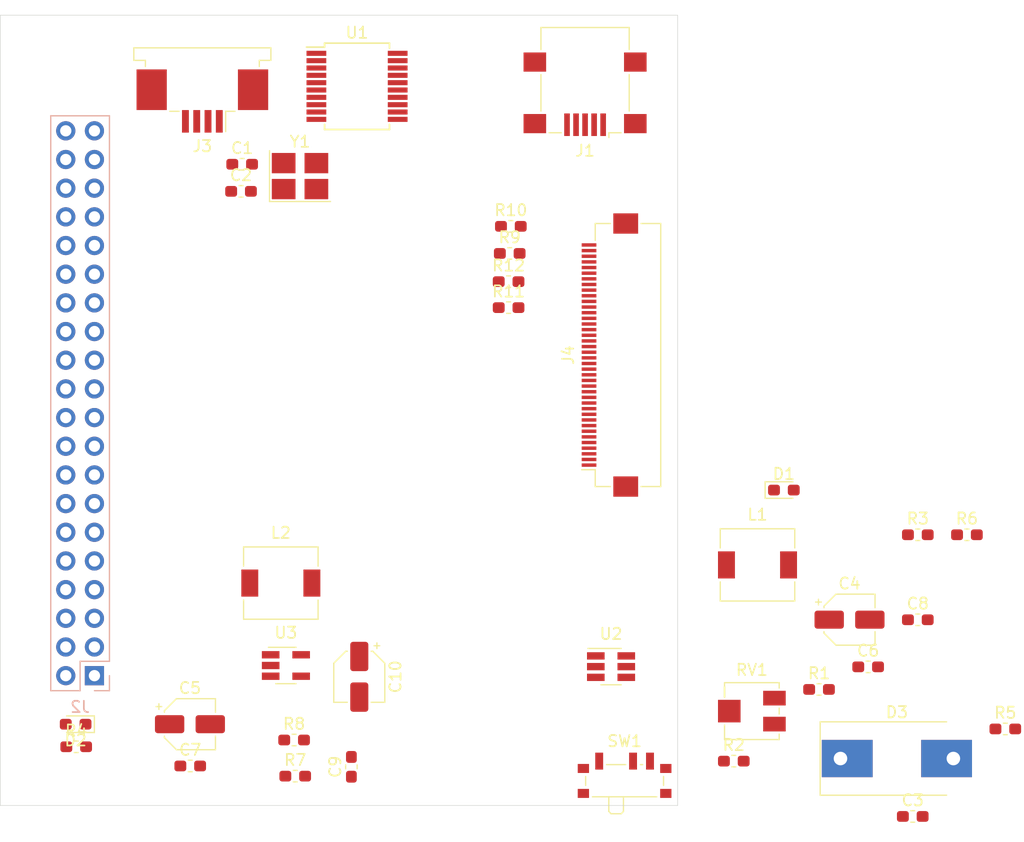
<source format=kicad_pcb>
(kicad_pcb (version 20171130) (host pcbnew "(5.1.4)-1")

  (general
    (thickness 1.6)
    (drawings 4)
    (tracks 0)
    (zones 0)
    (modules 37)
    (nets 59)
  )

  (page A4)
  (layers
    (0 F.Cu signal)
    (1 In1.Cu power)
    (2 In2.Cu power)
    (31 B.Cu signal)
    (32 B.Adhes user)
    (33 F.Adhes user)
    (34 B.Paste user)
    (35 F.Paste user)
    (36 B.SilkS user)
    (37 F.SilkS user)
    (38 B.Mask user)
    (39 F.Mask user)
    (40 Dwgs.User user)
    (41 Cmts.User user)
    (42 Eco1.User user)
    (43 Eco2.User user)
    (44 Edge.Cuts user)
    (45 Margin user)
    (46 B.CrtYd user)
    (47 F.CrtYd user)
    (48 B.Fab user)
    (49 F.Fab user)
  )

  (setup
    (last_trace_width 0.25)
    (trace_clearance 0.2)
    (zone_clearance 0.508)
    (zone_45_only no)
    (trace_min 0.2)
    (via_size 0.8)
    (via_drill 0.4)
    (via_min_size 0.4)
    (via_min_drill 0.3)
    (uvia_size 0.3)
    (uvia_drill 0.1)
    (uvias_allowed no)
    (uvia_min_size 0.2)
    (uvia_min_drill 0.1)
    (edge_width 0.05)
    (segment_width 0.2)
    (pcb_text_width 0.3)
    (pcb_text_size 1.5 1.5)
    (mod_edge_width 0.12)
    (mod_text_size 1 1)
    (mod_text_width 0.15)
    (pad_size 1.524 1.524)
    (pad_drill 0.762)
    (pad_to_mask_clearance 0.051)
    (solder_mask_min_width 0.25)
    (aux_axis_origin 0 0)
    (visible_elements FFFFF77F)
    (pcbplotparams
      (layerselection 0x010fc_ffffffff)
      (usegerberextensions false)
      (usegerberattributes false)
      (usegerberadvancedattributes false)
      (creategerberjobfile false)
      (excludeedgelayer true)
      (linewidth 0.100000)
      (plotframeref false)
      (viasonmask false)
      (mode 1)
      (useauxorigin false)
      (hpglpennumber 1)
      (hpglpenspeed 20)
      (hpglpendiameter 15.000000)
      (psnegative false)
      (psa4output false)
      (plotreference true)
      (plotvalue true)
      (plotinvisibletext false)
      (padsonsilk false)
      (subtractmaskfromsilk false)
      (outputformat 1)
      (mirror false)
      (drillshape 1)
      (scaleselection 1)
      (outputdirectory ""))
  )

  (net 0 "")
  (net 1 GND)
  (net 2 "Net-(C1-Pad1)")
  (net 3 "Net-(C2-Pad1)")
  (net 4 "Net-(C3-Pad2)")
  (net 5 +5V)
  (net 6 LED+)
  (net 7 +3.3VP)
  (net 8 "Net-(C9-Pad2)")
  (net 9 "Net-(D1-Pad2)")
  (net 10 "Net-(D1-Pad1)")
  (net 11 "Net-(D2-Pad1)")
  (net 12 "Net-(D3-Pad2)")
  (net 13 "Net-(J1-Pad2)")
  (net 14 "Net-(J1-Pad3)")
  (net 15 +3V3)
  (net 16 VSYNC)
  (net 17 HSYNC)
  (net 18 Blue0)
  (net 19 Green2)
  (net 20 Green3)
  (net 21 Green5)
  (net 22 "Net-(J2-Pad12)")
  (net 23 "Net-(J2-Pad13)")
  (net 24 Red2)
  (net 25 Red3)
  (net 26 Red4)
  (net 27 /Blue6)
  (net 28 Blue5)
  (net 29 Red5)
  (net 30 /Blue7)
  (net 31 Blue4)
  (net 32 Blue3)
  (net 33 CLK)
  (net 34 DEN)
  (net 35 Blue1)
  (net 36 Blue2)
  (net 37 Green0)
  (net 38 Green1)
  (net 39 /Green7)
  (net 40 Green4)
  (net 41 "Net-(J2-Pad37)")
  (net 42 Red0)
  (net 43 Red1)
  (net 44 "Net-(J3-Pad1)")
  (net 45 "Net-(J3-Pad2)")
  (net 46 "Net-(J3-Pad3)")
  (net 47 "Net-(J3-Pad4)")
  (net 48 LED-)
  (net 49 "Net-(J4-Pad5)")
  (net 50 L_R)
  (net 51 U_D)
  (net 52 "Net-(L2-Pad1)")
  (net 53 "Net-(R1-Pad1)")
  (net 54 "Net-(R3-Pad2)")
  (net 55 "Net-(R6-Pad2)")
  (net 56 EN_BCKLIT)
  (net 57 "Net-(U1-Pad10)")
  (net 58 "Net-(U1-Pad12)")

  (net_class Default "Dies ist die voreingestellte Netzklasse."
    (clearance 0.2)
    (trace_width 0.25)
    (via_dia 0.8)
    (via_drill 0.4)
    (uvia_dia 0.3)
    (uvia_drill 0.1)
    (add_net +3.3VP)
    (add_net +3V3)
    (add_net +5V)
    (add_net /Blue6)
    (add_net /Blue7)
    (add_net /Green7)
    (add_net Blue0)
    (add_net Blue1)
    (add_net Blue2)
    (add_net Blue3)
    (add_net Blue4)
    (add_net Blue5)
    (add_net CLK)
    (add_net DEN)
    (add_net EN_BCKLIT)
    (add_net GND)
    (add_net Green0)
    (add_net Green1)
    (add_net Green2)
    (add_net Green3)
    (add_net Green4)
    (add_net Green5)
    (add_net HSYNC)
    (add_net LED+)
    (add_net LED-)
    (add_net L_R)
    (add_net "Net-(C1-Pad1)")
    (add_net "Net-(C2-Pad1)")
    (add_net "Net-(C3-Pad2)")
    (add_net "Net-(C9-Pad2)")
    (add_net "Net-(D1-Pad1)")
    (add_net "Net-(D1-Pad2)")
    (add_net "Net-(D2-Pad1)")
    (add_net "Net-(D3-Pad2)")
    (add_net "Net-(J1-Pad2)")
    (add_net "Net-(J1-Pad3)")
    (add_net "Net-(J2-Pad12)")
    (add_net "Net-(J2-Pad13)")
    (add_net "Net-(J2-Pad37)")
    (add_net "Net-(J3-Pad1)")
    (add_net "Net-(J3-Pad2)")
    (add_net "Net-(J3-Pad3)")
    (add_net "Net-(J3-Pad4)")
    (add_net "Net-(J4-Pad5)")
    (add_net "Net-(L2-Pad1)")
    (add_net "Net-(R1-Pad1)")
    (add_net "Net-(R3-Pad2)")
    (add_net "Net-(R6-Pad2)")
    (add_net "Net-(U1-Pad10)")
    (add_net "Net-(U1-Pad12)")
    (add_net Red0)
    (add_net Red1)
    (add_net Red2)
    (add_net Red3)
    (add_net Red4)
    (add_net Red5)
    (add_net U_D)
    (add_net VSYNC)
  )

  (module Inductor_SMD:L_6.3x6.3_H3 (layer F.Cu) (tedit 5990349C) (tstamp 602FE3F1)
    (at 64.85 85.3)
    (descr "Choke, SMD, 6.3x6.3mm 3mm height")
    (tags "Choke SMD")
    (path /6046DEF6)
    (attr smd)
    (fp_text reference L2 (at 0 -4.45) (layer F.SilkS)
      (effects (font (size 1 1) (thickness 0.15)))
    )
    (fp_text value L_Small (at 0 4.45) (layer F.Fab)
      (effects (font (size 1 1) (thickness 0.15)))
    )
    (fp_arc (start 0 0) (end 1.91 1.91) (angle 90) (layer F.Fab) (width 0.1))
    (fp_arc (start 0 0) (end -1.91 -1.91) (angle 90) (layer F.Fab) (width 0.1))
    (fp_line (start -3.15 3.15) (end 3.15 3.15) (layer F.Fab) (width 0.1))
    (fp_line (start -3.15 -3.15) (end 3.15 -3.15) (layer F.Fab) (width 0.1))
    (fp_line (start -3.15 -3.15) (end -3.15 -1.5) (layer F.Fab) (width 0.1))
    (fp_line (start -3.15 3.15) (end -3.15 1.5) (layer F.Fab) (width 0.1))
    (fp_line (start 3.15 -3.15) (end 3.15 -1.5) (layer F.Fab) (width 0.1))
    (fp_line (start 3.15 3.15) (end 3.15 1.5) (layer F.Fab) (width 0.1))
    (fp_line (start 3.75 -3.4) (end -3.75 -3.4) (layer F.CrtYd) (width 0.05))
    (fp_line (start 3.75 3.4) (end 3.75 -3.4) (layer F.CrtYd) (width 0.05))
    (fp_line (start -3.75 3.4) (end 3.75 3.4) (layer F.CrtYd) (width 0.05))
    (fp_line (start -3.75 -3.4) (end -3.75 3.4) (layer F.CrtYd) (width 0.05))
    (fp_line (start 3.3 -3.2) (end 3.3 -1.5) (layer F.SilkS) (width 0.12))
    (fp_line (start -3.3 -3.2) (end 3.3 -3.2) (layer F.SilkS) (width 0.12))
    (fp_line (start -3.3 -1.5) (end -3.3 -3.2) (layer F.SilkS) (width 0.12))
    (fp_line (start -3.3 3.2) (end -3.3 1.5) (layer F.SilkS) (width 0.12))
    (fp_line (start 3.3 3.2) (end -3.3 3.2) (layer F.SilkS) (width 0.12))
    (fp_line (start 3.3 1.5) (end 3.3 3.2) (layer F.SilkS) (width 0.12))
    (fp_text user %R (at 0 0) (layer F.Fab)
      (effects (font (size 1 1) (thickness 0.15)))
    )
    (pad 2 smd rect (at 2.75 0) (size 1.5 2.4) (layers F.Cu F.Paste F.Mask)
      (net 7 +3.3VP))
    (pad 1 smd rect (at -2.75 0) (size 1.5 2.4) (layers F.Cu F.Paste F.Mask)
      (net 52 "Net-(L2-Pad1)"))
    (model ${KISYS3DMOD}/Inductor_SMD.3dshapes/L_6.3x6.3_H3.wrl
      (at (xyz 0 0 0))
      (scale (xyz 1 1 1))
      (rotate (xyz 0 0 0))
    )
  )

  (module Capacitor_SMD:C_0603_1608Metric_Pad1.05x0.95mm_HandSolder (layer F.Cu) (tedit 5B301BBE) (tstamp 602FE1C2)
    (at 61.425 48.2)
    (descr "Capacitor SMD 0603 (1608 Metric), square (rectangular) end terminal, IPC_7351 nominal with elongated pad for handsoldering. (Body size source: http://www.tortai-tech.com/upload/download/2011102023233369053.pdf), generated with kicad-footprint-generator")
    (tags "capacitor handsolder")
    (path /602FF7A8)
    (attr smd)
    (fp_text reference C1 (at 0 -1.43) (layer F.SilkS)
      (effects (font (size 1 1) (thickness 0.15)))
    )
    (fp_text value 22p (at 0 1.43) (layer F.Fab)
      (effects (font (size 1 1) (thickness 0.15)))
    )
    (fp_text user %R (at 0 0) (layer F.Fab)
      (effects (font (size 0.4 0.4) (thickness 0.06)))
    )
    (fp_line (start 1.65 0.73) (end -1.65 0.73) (layer F.CrtYd) (width 0.05))
    (fp_line (start 1.65 -0.73) (end 1.65 0.73) (layer F.CrtYd) (width 0.05))
    (fp_line (start -1.65 -0.73) (end 1.65 -0.73) (layer F.CrtYd) (width 0.05))
    (fp_line (start -1.65 0.73) (end -1.65 -0.73) (layer F.CrtYd) (width 0.05))
    (fp_line (start -0.171267 0.51) (end 0.171267 0.51) (layer F.SilkS) (width 0.12))
    (fp_line (start -0.171267 -0.51) (end 0.171267 -0.51) (layer F.SilkS) (width 0.12))
    (fp_line (start 0.8 0.4) (end -0.8 0.4) (layer F.Fab) (width 0.1))
    (fp_line (start 0.8 -0.4) (end 0.8 0.4) (layer F.Fab) (width 0.1))
    (fp_line (start -0.8 -0.4) (end 0.8 -0.4) (layer F.Fab) (width 0.1))
    (fp_line (start -0.8 0.4) (end -0.8 -0.4) (layer F.Fab) (width 0.1))
    (pad 2 smd roundrect (at 0.875 0) (size 1.05 0.95) (layers F.Cu F.Paste F.Mask) (roundrect_rratio 0.25)
      (net 1 GND))
    (pad 1 smd roundrect (at -0.875 0) (size 1.05 0.95) (layers F.Cu F.Paste F.Mask) (roundrect_rratio 0.25)
      (net 2 "Net-(C1-Pad1)"))
    (model ${KISYS3DMOD}/Capacitor_SMD.3dshapes/C_0603_1608Metric.wrl
      (at (xyz 0 0 0))
      (scale (xyz 1 1 1))
      (rotate (xyz 0 0 0))
    )
  )

  (module Capacitor_SMD:C_0603_1608Metric_Pad1.05x0.95mm_HandSolder (layer F.Cu) (tedit 5B301BBE) (tstamp 602FE1D3)
    (at 61.325 50.6)
    (descr "Capacitor SMD 0603 (1608 Metric), square (rectangular) end terminal, IPC_7351 nominal with elongated pad for handsoldering. (Body size source: http://www.tortai-tech.com/upload/download/2011102023233369053.pdf), generated with kicad-footprint-generator")
    (tags "capacitor handsolder")
    (path /602FEB22)
    (attr smd)
    (fp_text reference C2 (at 0 -1.43) (layer F.SilkS)
      (effects (font (size 1 1) (thickness 0.15)))
    )
    (fp_text value 22p (at 0 1.43) (layer F.Fab)
      (effects (font (size 1 1) (thickness 0.15)))
    )
    (fp_text user %R (at 0 0) (layer F.Fab)
      (effects (font (size 0.4 0.4) (thickness 0.06)))
    )
    (fp_line (start 1.65 0.73) (end -1.65 0.73) (layer F.CrtYd) (width 0.05))
    (fp_line (start 1.65 -0.73) (end 1.65 0.73) (layer F.CrtYd) (width 0.05))
    (fp_line (start -1.65 -0.73) (end 1.65 -0.73) (layer F.CrtYd) (width 0.05))
    (fp_line (start -1.65 0.73) (end -1.65 -0.73) (layer F.CrtYd) (width 0.05))
    (fp_line (start -0.171267 0.51) (end 0.171267 0.51) (layer F.SilkS) (width 0.12))
    (fp_line (start -0.171267 -0.51) (end 0.171267 -0.51) (layer F.SilkS) (width 0.12))
    (fp_line (start 0.8 0.4) (end -0.8 0.4) (layer F.Fab) (width 0.1))
    (fp_line (start 0.8 -0.4) (end 0.8 0.4) (layer F.Fab) (width 0.1))
    (fp_line (start -0.8 -0.4) (end 0.8 -0.4) (layer F.Fab) (width 0.1))
    (fp_line (start -0.8 0.4) (end -0.8 -0.4) (layer F.Fab) (width 0.1))
    (pad 2 smd roundrect (at 0.875 0) (size 1.05 0.95) (layers F.Cu F.Paste F.Mask) (roundrect_rratio 0.25)
      (net 1 GND))
    (pad 1 smd roundrect (at -0.875 0) (size 1.05 0.95) (layers F.Cu F.Paste F.Mask) (roundrect_rratio 0.25)
      (net 3 "Net-(C2-Pad1)"))
    (model ${KISYS3DMOD}/Capacitor_SMD.3dshapes/C_0603_1608Metric.wrl
      (at (xyz 0 0 0))
      (scale (xyz 1 1 1))
      (rotate (xyz 0 0 0))
    )
  )

  (module Capacitor_SMD:C_0603_1608Metric_Pad1.05x0.95mm_HandSolder (layer F.Cu) (tedit 5B301BBE) (tstamp 602FE1E4)
    (at 120.823001 105.970001)
    (descr "Capacitor SMD 0603 (1608 Metric), square (rectangular) end terminal, IPC_7351 nominal with elongated pad for handsoldering. (Body size source: http://www.tortai-tech.com/upload/download/2011102023233369053.pdf), generated with kicad-footprint-generator")
    (tags "capacitor handsolder")
    (path /6031266B)
    (attr smd)
    (fp_text reference C3 (at 0 -1.43) (layer F.SilkS)
      (effects (font (size 1 1) (thickness 0.15)))
    )
    (fp_text value 10n (at 0 1.43) (layer F.Fab)
      (effects (font (size 1 1) (thickness 0.15)))
    )
    (fp_line (start -0.8 0.4) (end -0.8 -0.4) (layer F.Fab) (width 0.1))
    (fp_line (start -0.8 -0.4) (end 0.8 -0.4) (layer F.Fab) (width 0.1))
    (fp_line (start 0.8 -0.4) (end 0.8 0.4) (layer F.Fab) (width 0.1))
    (fp_line (start 0.8 0.4) (end -0.8 0.4) (layer F.Fab) (width 0.1))
    (fp_line (start -0.171267 -0.51) (end 0.171267 -0.51) (layer F.SilkS) (width 0.12))
    (fp_line (start -0.171267 0.51) (end 0.171267 0.51) (layer F.SilkS) (width 0.12))
    (fp_line (start -1.65 0.73) (end -1.65 -0.73) (layer F.CrtYd) (width 0.05))
    (fp_line (start -1.65 -0.73) (end 1.65 -0.73) (layer F.CrtYd) (width 0.05))
    (fp_line (start 1.65 -0.73) (end 1.65 0.73) (layer F.CrtYd) (width 0.05))
    (fp_line (start 1.65 0.73) (end -1.65 0.73) (layer F.CrtYd) (width 0.05))
    (fp_text user %R (at 0 0) (layer F.Fab)
      (effects (font (size 0.4 0.4) (thickness 0.06)))
    )
    (pad 1 smd roundrect (at -0.875 0) (size 1.05 0.95) (layers F.Cu F.Paste F.Mask) (roundrect_rratio 0.25)
      (net 1 GND))
    (pad 2 smd roundrect (at 0.875 0) (size 1.05 0.95) (layers F.Cu F.Paste F.Mask) (roundrect_rratio 0.25)
      (net 4 "Net-(C3-Pad2)"))
    (model ${KISYS3DMOD}/Capacitor_SMD.3dshapes/C_0603_1608Metric.wrl
      (at (xyz 0 0 0))
      (scale (xyz 1 1 1))
      (rotate (xyz 0 0 0))
    )
  )

  (module Capacitor_SMD:CP_Elec_4x5.3 (layer F.Cu) (tedit 5BCA39CF) (tstamp 602FE20C)
    (at 115.223001 88.540001)
    (descr "SMD capacitor, aluminum electrolytic, Vishay, 4.0x5.3mm")
    (tags "capacitor electrolytic")
    (path /604F81AF)
    (attr smd)
    (fp_text reference C4 (at 0 -3.2) (layer F.SilkS)
      (effects (font (size 1 1) (thickness 0.15)))
    )
    (fp_text value 22u (at 0 3.2) (layer F.Fab)
      (effects (font (size 1 1) (thickness 0.15)))
    )
    (fp_circle (center 0 0) (end 2 0) (layer F.Fab) (width 0.1))
    (fp_line (start 2.15 -2.15) (end 2.15 2.15) (layer F.Fab) (width 0.1))
    (fp_line (start -1.15 -2.15) (end 2.15 -2.15) (layer F.Fab) (width 0.1))
    (fp_line (start -1.15 2.15) (end 2.15 2.15) (layer F.Fab) (width 0.1))
    (fp_line (start -2.15 -1.15) (end -2.15 1.15) (layer F.Fab) (width 0.1))
    (fp_line (start -2.15 -1.15) (end -1.15 -2.15) (layer F.Fab) (width 0.1))
    (fp_line (start -2.15 1.15) (end -1.15 2.15) (layer F.Fab) (width 0.1))
    (fp_line (start -1.574773 -1) (end -1.174773 -1) (layer F.Fab) (width 0.1))
    (fp_line (start -1.374773 -1.2) (end -1.374773 -0.8) (layer F.Fab) (width 0.1))
    (fp_line (start 2.26 2.26) (end 2.26 1.06) (layer F.SilkS) (width 0.12))
    (fp_line (start 2.26 -2.26) (end 2.26 -1.06) (layer F.SilkS) (width 0.12))
    (fp_line (start -1.195563 -2.26) (end 2.26 -2.26) (layer F.SilkS) (width 0.12))
    (fp_line (start -1.195563 2.26) (end 2.26 2.26) (layer F.SilkS) (width 0.12))
    (fp_line (start -2.26 1.195563) (end -2.26 1.06) (layer F.SilkS) (width 0.12))
    (fp_line (start -2.26 -1.195563) (end -2.26 -1.06) (layer F.SilkS) (width 0.12))
    (fp_line (start -2.26 -1.195563) (end -1.195563 -2.26) (layer F.SilkS) (width 0.12))
    (fp_line (start -2.26 1.195563) (end -1.195563 2.26) (layer F.SilkS) (width 0.12))
    (fp_line (start -3 -1.56) (end -2.5 -1.56) (layer F.SilkS) (width 0.12))
    (fp_line (start -2.75 -1.81) (end -2.75 -1.31) (layer F.SilkS) (width 0.12))
    (fp_line (start 2.4 -2.4) (end 2.4 -1.05) (layer F.CrtYd) (width 0.05))
    (fp_line (start 2.4 -1.05) (end 3.35 -1.05) (layer F.CrtYd) (width 0.05))
    (fp_line (start 3.35 -1.05) (end 3.35 1.05) (layer F.CrtYd) (width 0.05))
    (fp_line (start 3.35 1.05) (end 2.4 1.05) (layer F.CrtYd) (width 0.05))
    (fp_line (start 2.4 1.05) (end 2.4 2.4) (layer F.CrtYd) (width 0.05))
    (fp_line (start -1.25 2.4) (end 2.4 2.4) (layer F.CrtYd) (width 0.05))
    (fp_line (start -1.25 -2.4) (end 2.4 -2.4) (layer F.CrtYd) (width 0.05))
    (fp_line (start -2.4 1.25) (end -1.25 2.4) (layer F.CrtYd) (width 0.05))
    (fp_line (start -2.4 -1.25) (end -1.25 -2.4) (layer F.CrtYd) (width 0.05))
    (fp_line (start -2.4 -1.25) (end -2.4 -1.05) (layer F.CrtYd) (width 0.05))
    (fp_line (start -2.4 1.05) (end -2.4 1.25) (layer F.CrtYd) (width 0.05))
    (fp_line (start -2.4 -1.05) (end -3.35 -1.05) (layer F.CrtYd) (width 0.05))
    (fp_line (start -3.35 -1.05) (end -3.35 1.05) (layer F.CrtYd) (width 0.05))
    (fp_line (start -3.35 1.05) (end -2.4 1.05) (layer F.CrtYd) (width 0.05))
    (fp_text user %R (at 0 0) (layer F.Fab)
      (effects (font (size 0.8 0.8) (thickness 0.12)))
    )
    (pad 1 smd roundrect (at -1.8 0) (size 2.6 1.6) (layers F.Cu F.Paste F.Mask) (roundrect_rratio 0.15625)
      (net 5 +5V))
    (pad 2 smd roundrect (at 1.8 0) (size 2.6 1.6) (layers F.Cu F.Paste F.Mask) (roundrect_rratio 0.15625)
      (net 1 GND))
    (model ${KISYS3DMOD}/Capacitor_SMD.3dshapes/CP_Elec_4x5.3.wrl
      (at (xyz 0 0 0))
      (scale (xyz 1 1 1))
      (rotate (xyz 0 0 0))
    )
  )

  (module Capacitor_SMD:CP_Elec_4x5.3 (layer F.Cu) (tedit 5BCA39CF) (tstamp 60301269)
    (at 56.8 97.8)
    (descr "SMD capacitor, aluminum electrolytic, Vishay, 4.0x5.3mm")
    (tags "capacitor electrolytic")
    (path /6044FAF1)
    (attr smd)
    (fp_text reference C5 (at 0 -3.2) (layer F.SilkS)
      (effects (font (size 1 1) (thickness 0.15)))
    )
    (fp_text value 22u (at 0 3.2) (layer F.Fab)
      (effects (font (size 1 1) (thickness 0.15)))
    )
    (fp_circle (center 0 0) (end 2 0) (layer F.Fab) (width 0.1))
    (fp_line (start 2.15 -2.15) (end 2.15 2.15) (layer F.Fab) (width 0.1))
    (fp_line (start -1.15 -2.15) (end 2.15 -2.15) (layer F.Fab) (width 0.1))
    (fp_line (start -1.15 2.15) (end 2.15 2.15) (layer F.Fab) (width 0.1))
    (fp_line (start -2.15 -1.15) (end -2.15 1.15) (layer F.Fab) (width 0.1))
    (fp_line (start -2.15 -1.15) (end -1.15 -2.15) (layer F.Fab) (width 0.1))
    (fp_line (start -2.15 1.15) (end -1.15 2.15) (layer F.Fab) (width 0.1))
    (fp_line (start -1.574773 -1) (end -1.174773 -1) (layer F.Fab) (width 0.1))
    (fp_line (start -1.374773 -1.2) (end -1.374773 -0.8) (layer F.Fab) (width 0.1))
    (fp_line (start 2.26 2.26) (end 2.26 1.06) (layer F.SilkS) (width 0.12))
    (fp_line (start 2.26 -2.26) (end 2.26 -1.06) (layer F.SilkS) (width 0.12))
    (fp_line (start -1.195563 -2.26) (end 2.26 -2.26) (layer F.SilkS) (width 0.12))
    (fp_line (start -1.195563 2.26) (end 2.26 2.26) (layer F.SilkS) (width 0.12))
    (fp_line (start -2.26 1.195563) (end -2.26 1.06) (layer F.SilkS) (width 0.12))
    (fp_line (start -2.26 -1.195563) (end -2.26 -1.06) (layer F.SilkS) (width 0.12))
    (fp_line (start -2.26 -1.195563) (end -1.195563 -2.26) (layer F.SilkS) (width 0.12))
    (fp_line (start -2.26 1.195563) (end -1.195563 2.26) (layer F.SilkS) (width 0.12))
    (fp_line (start -3 -1.56) (end -2.5 -1.56) (layer F.SilkS) (width 0.12))
    (fp_line (start -2.75 -1.81) (end -2.75 -1.31) (layer F.SilkS) (width 0.12))
    (fp_line (start 2.4 -2.4) (end 2.4 -1.05) (layer F.CrtYd) (width 0.05))
    (fp_line (start 2.4 -1.05) (end 3.35 -1.05) (layer F.CrtYd) (width 0.05))
    (fp_line (start 3.35 -1.05) (end 3.35 1.05) (layer F.CrtYd) (width 0.05))
    (fp_line (start 3.35 1.05) (end 2.4 1.05) (layer F.CrtYd) (width 0.05))
    (fp_line (start 2.4 1.05) (end 2.4 2.4) (layer F.CrtYd) (width 0.05))
    (fp_line (start -1.25 2.4) (end 2.4 2.4) (layer F.CrtYd) (width 0.05))
    (fp_line (start -1.25 -2.4) (end 2.4 -2.4) (layer F.CrtYd) (width 0.05))
    (fp_line (start -2.4 1.25) (end -1.25 2.4) (layer F.CrtYd) (width 0.05))
    (fp_line (start -2.4 -1.25) (end -1.25 -2.4) (layer F.CrtYd) (width 0.05))
    (fp_line (start -2.4 -1.25) (end -2.4 -1.05) (layer F.CrtYd) (width 0.05))
    (fp_line (start -2.4 1.05) (end -2.4 1.25) (layer F.CrtYd) (width 0.05))
    (fp_line (start -2.4 -1.05) (end -3.35 -1.05) (layer F.CrtYd) (width 0.05))
    (fp_line (start -3.35 -1.05) (end -3.35 1.05) (layer F.CrtYd) (width 0.05))
    (fp_line (start -3.35 1.05) (end -2.4 1.05) (layer F.CrtYd) (width 0.05))
    (fp_text user %R (at 0 0) (layer F.Fab)
      (effects (font (size 0.8 0.8) (thickness 0.12)))
    )
    (pad 1 smd roundrect (at -1.8 0) (size 2.6 1.6) (layers F.Cu F.Paste F.Mask) (roundrect_rratio 0.15625)
      (net 5 +5V))
    (pad 2 smd roundrect (at 1.8 0) (size 2.6 1.6) (layers F.Cu F.Paste F.Mask) (roundrect_rratio 0.15625)
      (net 1 GND))
    (model ${KISYS3DMOD}/Capacitor_SMD.3dshapes/CP_Elec_4x5.3.wrl
      (at (xyz 0 0 0))
      (scale (xyz 1 1 1))
      (rotate (xyz 0 0 0))
    )
  )

  (module Capacitor_SMD:C_0603_1608Metric_Pad1.05x0.95mm_HandSolder (layer F.Cu) (tedit 5B301BBE) (tstamp 602FE245)
    (at 116.873001 92.720001)
    (descr "Capacitor SMD 0603 (1608 Metric), square (rectangular) end terminal, IPC_7351 nominal with elongated pad for handsoldering. (Body size source: http://www.tortai-tech.com/upload/download/2011102023233369053.pdf), generated with kicad-footprint-generator")
    (tags "capacitor handsolder")
    (path /604F878F)
    (attr smd)
    (fp_text reference C6 (at 0 -1.43) (layer F.SilkS)
      (effects (font (size 1 1) (thickness 0.15)))
    )
    (fp_text value 100n (at 0 1.43) (layer F.Fab)
      (effects (font (size 1 1) (thickness 0.15)))
    )
    (fp_line (start -0.8 0.4) (end -0.8 -0.4) (layer F.Fab) (width 0.1))
    (fp_line (start -0.8 -0.4) (end 0.8 -0.4) (layer F.Fab) (width 0.1))
    (fp_line (start 0.8 -0.4) (end 0.8 0.4) (layer F.Fab) (width 0.1))
    (fp_line (start 0.8 0.4) (end -0.8 0.4) (layer F.Fab) (width 0.1))
    (fp_line (start -0.171267 -0.51) (end 0.171267 -0.51) (layer F.SilkS) (width 0.12))
    (fp_line (start -0.171267 0.51) (end 0.171267 0.51) (layer F.SilkS) (width 0.12))
    (fp_line (start -1.65 0.73) (end -1.65 -0.73) (layer F.CrtYd) (width 0.05))
    (fp_line (start -1.65 -0.73) (end 1.65 -0.73) (layer F.CrtYd) (width 0.05))
    (fp_line (start 1.65 -0.73) (end 1.65 0.73) (layer F.CrtYd) (width 0.05))
    (fp_line (start 1.65 0.73) (end -1.65 0.73) (layer F.CrtYd) (width 0.05))
    (fp_text user %R (at 0 0) (layer F.Fab)
      (effects (font (size 0.4 0.4) (thickness 0.06)))
    )
    (pad 1 smd roundrect (at -0.875 0) (size 1.05 0.95) (layers F.Cu F.Paste F.Mask) (roundrect_rratio 0.25)
      (net 5 +5V))
    (pad 2 smd roundrect (at 0.875 0) (size 1.05 0.95) (layers F.Cu F.Paste F.Mask) (roundrect_rratio 0.25)
      (net 1 GND))
    (model ${KISYS3DMOD}/Capacitor_SMD.3dshapes/C_0603_1608Metric.wrl
      (at (xyz 0 0 0))
      (scale (xyz 1 1 1))
      (rotate (xyz 0 0 0))
    )
  )

  (module Capacitor_SMD:C_0603_1608Metric_Pad1.05x0.95mm_HandSolder (layer F.Cu) (tedit 5B301BBE) (tstamp 602FE256)
    (at 56.825 101.5)
    (descr "Capacitor SMD 0603 (1608 Metric), square (rectangular) end terminal, IPC_7351 nominal with elongated pad for handsoldering. (Body size source: http://www.tortai-tech.com/upload/download/2011102023233369053.pdf), generated with kicad-footprint-generator")
    (tags "capacitor handsolder")
    (path /6044F274)
    (attr smd)
    (fp_text reference C7 (at 0 -1.43) (layer F.SilkS)
      (effects (font (size 1 1) (thickness 0.15)))
    )
    (fp_text value 100n (at 0 1.43) (layer F.Fab)
      (effects (font (size 1 1) (thickness 0.15)))
    )
    (fp_line (start -0.8 0.4) (end -0.8 -0.4) (layer F.Fab) (width 0.1))
    (fp_line (start -0.8 -0.4) (end 0.8 -0.4) (layer F.Fab) (width 0.1))
    (fp_line (start 0.8 -0.4) (end 0.8 0.4) (layer F.Fab) (width 0.1))
    (fp_line (start 0.8 0.4) (end -0.8 0.4) (layer F.Fab) (width 0.1))
    (fp_line (start -0.171267 -0.51) (end 0.171267 -0.51) (layer F.SilkS) (width 0.12))
    (fp_line (start -0.171267 0.51) (end 0.171267 0.51) (layer F.SilkS) (width 0.12))
    (fp_line (start -1.65 0.73) (end -1.65 -0.73) (layer F.CrtYd) (width 0.05))
    (fp_line (start -1.65 -0.73) (end 1.65 -0.73) (layer F.CrtYd) (width 0.05))
    (fp_line (start 1.65 -0.73) (end 1.65 0.73) (layer F.CrtYd) (width 0.05))
    (fp_line (start 1.65 0.73) (end -1.65 0.73) (layer F.CrtYd) (width 0.05))
    (fp_text user %R (at 0 0) (layer F.Fab)
      (effects (font (size 0.4 0.4) (thickness 0.06)))
    )
    (pad 1 smd roundrect (at -0.875 0) (size 1.05 0.95) (layers F.Cu F.Paste F.Mask) (roundrect_rratio 0.25)
      (net 5 +5V))
    (pad 2 smd roundrect (at 0.875 0) (size 1.05 0.95) (layers F.Cu F.Paste F.Mask) (roundrect_rratio 0.25)
      (net 1 GND))
    (model ${KISYS3DMOD}/Capacitor_SMD.3dshapes/C_0603_1608Metric.wrl
      (at (xyz 0 0 0))
      (scale (xyz 1 1 1))
      (rotate (xyz 0 0 0))
    )
  )

  (module Capacitor_SMD:C_0603_1608Metric_Pad1.05x0.95mm_HandSolder (layer F.Cu) (tedit 5B301BBE) (tstamp 602FE267)
    (at 121.273001 88.550001)
    (descr "Capacitor SMD 0603 (1608 Metric), square (rectangular) end terminal, IPC_7351 nominal with elongated pad for handsoldering. (Body size source: http://www.tortai-tech.com/upload/download/2011102023233369053.pdf), generated with kicad-footprint-generator")
    (tags "capacitor handsolder")
    (path /605B8328)
    (attr smd)
    (fp_text reference C8 (at 0 -1.43) (layer F.SilkS)
      (effects (font (size 1 1) (thickness 0.15)))
    )
    (fp_text value 220n (at 0 1.43) (layer F.Fab)
      (effects (font (size 1 1) (thickness 0.15)))
    )
    (fp_text user %R (at 0 0) (layer F.Fab)
      (effects (font (size 0.4 0.4) (thickness 0.06)))
    )
    (fp_line (start 1.65 0.73) (end -1.65 0.73) (layer F.CrtYd) (width 0.05))
    (fp_line (start 1.65 -0.73) (end 1.65 0.73) (layer F.CrtYd) (width 0.05))
    (fp_line (start -1.65 -0.73) (end 1.65 -0.73) (layer F.CrtYd) (width 0.05))
    (fp_line (start -1.65 0.73) (end -1.65 -0.73) (layer F.CrtYd) (width 0.05))
    (fp_line (start -0.171267 0.51) (end 0.171267 0.51) (layer F.SilkS) (width 0.12))
    (fp_line (start -0.171267 -0.51) (end 0.171267 -0.51) (layer F.SilkS) (width 0.12))
    (fp_line (start 0.8 0.4) (end -0.8 0.4) (layer F.Fab) (width 0.1))
    (fp_line (start 0.8 -0.4) (end 0.8 0.4) (layer F.Fab) (width 0.1))
    (fp_line (start -0.8 -0.4) (end 0.8 -0.4) (layer F.Fab) (width 0.1))
    (fp_line (start -0.8 0.4) (end -0.8 -0.4) (layer F.Fab) (width 0.1))
    (pad 2 smd roundrect (at 0.875 0) (size 1.05 0.95) (layers F.Cu F.Paste F.Mask) (roundrect_rratio 0.25)
      (net 1 GND))
    (pad 1 smd roundrect (at -0.875 0) (size 1.05 0.95) (layers F.Cu F.Paste F.Mask) (roundrect_rratio 0.25)
      (net 6 LED+))
    (model ${KISYS3DMOD}/Capacitor_SMD.3dshapes/C_0603_1608Metric.wrl
      (at (xyz 0 0 0))
      (scale (xyz 1 1 1))
      (rotate (xyz 0 0 0))
    )
  )

  (module Capacitor_SMD:C_0603_1608Metric_Pad1.05x0.95mm_HandSolder (layer F.Cu) (tedit 5B301BBE) (tstamp 602FE278)
    (at 71.1 101.575 90)
    (descr "Capacitor SMD 0603 (1608 Metric), square (rectangular) end terminal, IPC_7351 nominal with elongated pad for handsoldering. (Body size source: http://www.tortai-tech.com/upload/download/2011102023233369053.pdf), generated with kicad-footprint-generator")
    (tags "capacitor handsolder")
    (path /6049F304)
    (attr smd)
    (fp_text reference C9 (at 0 -1.43 90) (layer F.SilkS)
      (effects (font (size 1 1) (thickness 0.15)))
    )
    (fp_text value 100n (at 0 1.43 90) (layer F.Fab)
      (effects (font (size 1 1) (thickness 0.15)))
    )
    (fp_line (start -0.8 0.4) (end -0.8 -0.4) (layer F.Fab) (width 0.1))
    (fp_line (start -0.8 -0.4) (end 0.8 -0.4) (layer F.Fab) (width 0.1))
    (fp_line (start 0.8 -0.4) (end 0.8 0.4) (layer F.Fab) (width 0.1))
    (fp_line (start 0.8 0.4) (end -0.8 0.4) (layer F.Fab) (width 0.1))
    (fp_line (start -0.171267 -0.51) (end 0.171267 -0.51) (layer F.SilkS) (width 0.12))
    (fp_line (start -0.171267 0.51) (end 0.171267 0.51) (layer F.SilkS) (width 0.12))
    (fp_line (start -1.65 0.73) (end -1.65 -0.73) (layer F.CrtYd) (width 0.05))
    (fp_line (start -1.65 -0.73) (end 1.65 -0.73) (layer F.CrtYd) (width 0.05))
    (fp_line (start 1.65 -0.73) (end 1.65 0.73) (layer F.CrtYd) (width 0.05))
    (fp_line (start 1.65 0.73) (end -1.65 0.73) (layer F.CrtYd) (width 0.05))
    (fp_text user %R (at 0 0 90) (layer F.Fab)
      (effects (font (size 0.4 0.4) (thickness 0.06)))
    )
    (pad 1 smd roundrect (at -0.875 0 90) (size 1.05 0.95) (layers F.Cu F.Paste F.Mask) (roundrect_rratio 0.25)
      (net 7 +3.3VP))
    (pad 2 smd roundrect (at 0.875 0 90) (size 1.05 0.95) (layers F.Cu F.Paste F.Mask) (roundrect_rratio 0.25)
      (net 8 "Net-(C9-Pad2)"))
    (model ${KISYS3DMOD}/Capacitor_SMD.3dshapes/C_0603_1608Metric.wrl
      (at (xyz 0 0 0))
      (scale (xyz 1 1 1))
      (rotate (xyz 0 0 0))
    )
  )

  (module Capacitor_SMD:CP_Elec_4x5.3 (layer F.Cu) (tedit 5BCA39CF) (tstamp 602FE2A0)
    (at 71.8 93.6 270)
    (descr "SMD capacitor, aluminum electrolytic, Vishay, 4.0x5.3mm")
    (tags "capacitor electrolytic")
    (path /6046ECB3)
    (attr smd)
    (fp_text reference C10 (at 0 -3.2 90) (layer F.SilkS)
      (effects (font (size 1 1) (thickness 0.15)))
    )
    (fp_text value 22u (at 0 3.2 90) (layer F.Fab)
      (effects (font (size 1 1) (thickness 0.15)))
    )
    (fp_text user %R (at 0 0 90) (layer F.Fab)
      (effects (font (size 0.8 0.8) (thickness 0.12)))
    )
    (fp_line (start -3.35 1.05) (end -2.4 1.05) (layer F.CrtYd) (width 0.05))
    (fp_line (start -3.35 -1.05) (end -3.35 1.05) (layer F.CrtYd) (width 0.05))
    (fp_line (start -2.4 -1.05) (end -3.35 -1.05) (layer F.CrtYd) (width 0.05))
    (fp_line (start -2.4 1.05) (end -2.4 1.25) (layer F.CrtYd) (width 0.05))
    (fp_line (start -2.4 -1.25) (end -2.4 -1.05) (layer F.CrtYd) (width 0.05))
    (fp_line (start -2.4 -1.25) (end -1.25 -2.4) (layer F.CrtYd) (width 0.05))
    (fp_line (start -2.4 1.25) (end -1.25 2.4) (layer F.CrtYd) (width 0.05))
    (fp_line (start -1.25 -2.4) (end 2.4 -2.4) (layer F.CrtYd) (width 0.05))
    (fp_line (start -1.25 2.4) (end 2.4 2.4) (layer F.CrtYd) (width 0.05))
    (fp_line (start 2.4 1.05) (end 2.4 2.4) (layer F.CrtYd) (width 0.05))
    (fp_line (start 3.35 1.05) (end 2.4 1.05) (layer F.CrtYd) (width 0.05))
    (fp_line (start 3.35 -1.05) (end 3.35 1.05) (layer F.CrtYd) (width 0.05))
    (fp_line (start 2.4 -1.05) (end 3.35 -1.05) (layer F.CrtYd) (width 0.05))
    (fp_line (start 2.4 -2.4) (end 2.4 -1.05) (layer F.CrtYd) (width 0.05))
    (fp_line (start -2.75 -1.81) (end -2.75 -1.31) (layer F.SilkS) (width 0.12))
    (fp_line (start -3 -1.56) (end -2.5 -1.56) (layer F.SilkS) (width 0.12))
    (fp_line (start -2.26 1.195563) (end -1.195563 2.26) (layer F.SilkS) (width 0.12))
    (fp_line (start -2.26 -1.195563) (end -1.195563 -2.26) (layer F.SilkS) (width 0.12))
    (fp_line (start -2.26 -1.195563) (end -2.26 -1.06) (layer F.SilkS) (width 0.12))
    (fp_line (start -2.26 1.195563) (end -2.26 1.06) (layer F.SilkS) (width 0.12))
    (fp_line (start -1.195563 2.26) (end 2.26 2.26) (layer F.SilkS) (width 0.12))
    (fp_line (start -1.195563 -2.26) (end 2.26 -2.26) (layer F.SilkS) (width 0.12))
    (fp_line (start 2.26 -2.26) (end 2.26 -1.06) (layer F.SilkS) (width 0.12))
    (fp_line (start 2.26 2.26) (end 2.26 1.06) (layer F.SilkS) (width 0.12))
    (fp_line (start -1.374773 -1.2) (end -1.374773 -0.8) (layer F.Fab) (width 0.1))
    (fp_line (start -1.574773 -1) (end -1.174773 -1) (layer F.Fab) (width 0.1))
    (fp_line (start -2.15 1.15) (end -1.15 2.15) (layer F.Fab) (width 0.1))
    (fp_line (start -2.15 -1.15) (end -1.15 -2.15) (layer F.Fab) (width 0.1))
    (fp_line (start -2.15 -1.15) (end -2.15 1.15) (layer F.Fab) (width 0.1))
    (fp_line (start -1.15 2.15) (end 2.15 2.15) (layer F.Fab) (width 0.1))
    (fp_line (start -1.15 -2.15) (end 2.15 -2.15) (layer F.Fab) (width 0.1))
    (fp_line (start 2.15 -2.15) (end 2.15 2.15) (layer F.Fab) (width 0.1))
    (fp_circle (center 0 0) (end 2 0) (layer F.Fab) (width 0.1))
    (pad 2 smd roundrect (at 1.8 0 270) (size 2.6 1.6) (layers F.Cu F.Paste F.Mask) (roundrect_rratio 0.15625)
      (net 1 GND))
    (pad 1 smd roundrect (at -1.8 0 270) (size 2.6 1.6) (layers F.Cu F.Paste F.Mask) (roundrect_rratio 0.15625)
      (net 7 +3.3VP))
    (model ${KISYS3DMOD}/Capacitor_SMD.3dshapes/CP_Elec_4x5.3.wrl
      (at (xyz 0 0 0))
      (scale (xyz 1 1 1))
      (rotate (xyz 0 0 0))
    )
  )

  (module LED_SMD:LED_0603_1608Metric_Pad1.05x0.95mm_HandSolder (layer F.Cu) (tedit 5B4B45C9) (tstamp 602FE2B3)
    (at 109.408001 77.060001)
    (descr "LED SMD 0603 (1608 Metric), square (rectangular) end terminal, IPC_7351 nominal, (Body size source: http://www.tortai-tech.com/upload/download/2011102023233369053.pdf), generated with kicad-footprint-generator")
    (tags "LED handsolder")
    (path /6030F27D)
    (attr smd)
    (fp_text reference D1 (at 0 -1.43) (layer F.SilkS)
      (effects (font (size 1 1) (thickness 0.15)))
    )
    (fp_text value LED (at 0 1.43) (layer F.Fab)
      (effects (font (size 1 1) (thickness 0.15)))
    )
    (fp_text user %R (at 0 0) (layer F.Fab)
      (effects (font (size 0.4 0.4) (thickness 0.06)))
    )
    (fp_line (start 1.65 0.73) (end -1.65 0.73) (layer F.CrtYd) (width 0.05))
    (fp_line (start 1.65 -0.73) (end 1.65 0.73) (layer F.CrtYd) (width 0.05))
    (fp_line (start -1.65 -0.73) (end 1.65 -0.73) (layer F.CrtYd) (width 0.05))
    (fp_line (start -1.65 0.73) (end -1.65 -0.73) (layer F.CrtYd) (width 0.05))
    (fp_line (start -1.66 0.735) (end 0.8 0.735) (layer F.SilkS) (width 0.12))
    (fp_line (start -1.66 -0.735) (end -1.66 0.735) (layer F.SilkS) (width 0.12))
    (fp_line (start 0.8 -0.735) (end -1.66 -0.735) (layer F.SilkS) (width 0.12))
    (fp_line (start 0.8 0.4) (end 0.8 -0.4) (layer F.Fab) (width 0.1))
    (fp_line (start -0.8 0.4) (end 0.8 0.4) (layer F.Fab) (width 0.1))
    (fp_line (start -0.8 -0.1) (end -0.8 0.4) (layer F.Fab) (width 0.1))
    (fp_line (start -0.5 -0.4) (end -0.8 -0.1) (layer F.Fab) (width 0.1))
    (fp_line (start 0.8 -0.4) (end -0.5 -0.4) (layer F.Fab) (width 0.1))
    (pad 2 smd roundrect (at 0.875 0) (size 1.05 0.95) (layers F.Cu F.Paste F.Mask) (roundrect_rratio 0.25)
      (net 9 "Net-(D1-Pad2)"))
    (pad 1 smd roundrect (at -0.875 0) (size 1.05 0.95) (layers F.Cu F.Paste F.Mask) (roundrect_rratio 0.25)
      (net 10 "Net-(D1-Pad1)"))
    (model ${KISYS3DMOD}/LED_SMD.3dshapes/LED_0603_1608Metric.wrl
      (at (xyz 0 0 0))
      (scale (xyz 1 1 1))
      (rotate (xyz 0 0 0))
    )
  )

  (module LED_SMD:LED_0603_1608Metric_Pad1.05x0.95mm_HandSolder (layer F.Cu) (tedit 5B4B45C9) (tstamp 602FF464)
    (at 46.675 97.8 180)
    (descr "LED SMD 0603 (1608 Metric), square (rectangular) end terminal, IPC_7351 nominal, (Body size source: http://www.tortai-tech.com/upload/download/2011102023233369053.pdf), generated with kicad-footprint-generator")
    (tags "LED handsolder")
    (path /606D6C3E)
    (attr smd)
    (fp_text reference D2 (at 0 -1.43) (layer F.SilkS)
      (effects (font (size 1 1) (thickness 0.15)))
    )
    (fp_text value LED (at 0 1.43) (layer F.Fab)
      (effects (font (size 1 1) (thickness 0.15)))
    )
    (fp_line (start 0.8 -0.4) (end -0.5 -0.4) (layer F.Fab) (width 0.1))
    (fp_line (start -0.5 -0.4) (end -0.8 -0.1) (layer F.Fab) (width 0.1))
    (fp_line (start -0.8 -0.1) (end -0.8 0.4) (layer F.Fab) (width 0.1))
    (fp_line (start -0.8 0.4) (end 0.8 0.4) (layer F.Fab) (width 0.1))
    (fp_line (start 0.8 0.4) (end 0.8 -0.4) (layer F.Fab) (width 0.1))
    (fp_line (start 0.8 -0.735) (end -1.66 -0.735) (layer F.SilkS) (width 0.12))
    (fp_line (start -1.66 -0.735) (end -1.66 0.735) (layer F.SilkS) (width 0.12))
    (fp_line (start -1.66 0.735) (end 0.8 0.735) (layer F.SilkS) (width 0.12))
    (fp_line (start -1.65 0.73) (end -1.65 -0.73) (layer F.CrtYd) (width 0.05))
    (fp_line (start -1.65 -0.73) (end 1.65 -0.73) (layer F.CrtYd) (width 0.05))
    (fp_line (start 1.65 -0.73) (end 1.65 0.73) (layer F.CrtYd) (width 0.05))
    (fp_line (start 1.65 0.73) (end -1.65 0.73) (layer F.CrtYd) (width 0.05))
    (fp_text user %R (at 0 0) (layer F.Fab)
      (effects (font (size 0.4 0.4) (thickness 0.06)))
    )
    (pad 1 smd roundrect (at -0.875 0 180) (size 1.05 0.95) (layers F.Cu F.Paste F.Mask) (roundrect_rratio 0.25)
      (net 11 "Net-(D2-Pad1)"))
    (pad 2 smd roundrect (at 0.875 0 180) (size 1.05 0.95) (layers F.Cu F.Paste F.Mask) (roundrect_rratio 0.25)
      (net 5 +5V))
    (model ${KISYS3DMOD}/LED_SMD.3dshapes/LED_0603_1608Metric.wrl
      (at (xyz 0 0 0))
      (scale (xyz 1 1 1))
      (rotate (xyz 0 0 0))
    )
  )

  (module Diode_SMD:D_SMC-RM10_Universal_Handsoldering (layer F.Cu) (tedit 58643524) (tstamp 602FE2DE)
    (at 119.423001 100.840001)
    (descr "Diode, Universal, SMC (DO-214AB), RM10, Handsoldering, SMD, Thruhole")
    (tags "Diode Universal SMC (DO-214AB) RM10 Handsoldering SMD Thruhole")
    (path /60545650)
    (fp_text reference D3 (at 0 -4.1) (layer F.SilkS)
      (effects (font (size 1 1) (thickness 0.15)))
    )
    (fp_text value D_Schottky_Small (at 0 4.3) (layer F.Fab)
      (effects (font (size 1 1) (thickness 0.15)))
    )
    (fp_text user %R (at 0 -1.7) (layer F.Fab)
      (effects (font (size 1 1) (thickness 0.15)))
    )
    (fp_line (start -6.8 3.25) (end -6.8 -3.25) (layer F.SilkS) (width 0.12))
    (fp_line (start 3.55 3.1) (end -3.55 3.1) (layer F.Fab) (width 0.1))
    (fp_line (start -3.55 3.1) (end -3.55 -3.1) (layer F.Fab) (width 0.1))
    (fp_line (start 3.55 -3.1) (end 3.55 3.1) (layer F.Fab) (width 0.1))
    (fp_line (start 3.55 -3.1) (end -3.55 -3.1) (layer F.Fab) (width 0.1))
    (fp_line (start -6.9 -3.35) (end 6.9 -3.35) (layer F.CrtYd) (width 0.05))
    (fp_line (start 6.9 -3.35) (end 6.9 3.35) (layer F.CrtYd) (width 0.05))
    (fp_line (start 6.9 3.35) (end -6.9 3.35) (layer F.CrtYd) (width 0.05))
    (fp_line (start -6.9 3.35) (end -6.9 -3.35) (layer F.CrtYd) (width 0.05))
    (fp_line (start -0.64944 0.00102) (end -1.55114 0.00102) (layer F.Fab) (width 0.1))
    (fp_line (start 0.50118 0.00102) (end 1.4994 0.00102) (layer F.Fab) (width 0.1))
    (fp_line (start -0.64944 -0.79908) (end -0.64944 0.80112) (layer F.Fab) (width 0.1))
    (fp_line (start 0.50118 0.75032) (end 0.50118 -0.79908) (layer F.Fab) (width 0.1))
    (fp_line (start -0.64944 0.00102) (end 0.50118 0.75032) (layer F.Fab) (width 0.1))
    (fp_line (start -0.64944 0.00102) (end 0.50118 -0.79908) (layer F.Fab) (width 0.1))
    (fp_line (start -6.8 3.25) (end 4.4 3.25) (layer F.SilkS) (width 0.12))
    (fp_line (start -6.8 -3.25) (end 4.4 -3.25) (layer F.SilkS) (width 0.12))
    (pad 1 thru_hole rect (at -5 0) (size 4.5 3.3) (drill 1.2 (offset 0.6 0)) (layers *.Cu *.Mask)
      (net 6 LED+))
    (pad 2 thru_hole rect (at 5 0 180) (size 4.5 3.3) (drill 1.2 (offset 0.6 0)) (layers *.Cu *.Mask)
      (net 12 "Net-(D3-Pad2)"))
    (model ${KISYS3DMOD}/Diode_SMD.3dshapes/D_SMC.wrl
      (at (xyz 0 0 0))
      (scale (xyz 1 1 1))
      (rotate (xyz 0 0 0))
    )
  )

  (module Connector_USB:USB_Mini-B_Lumberg_2486_01_Horizontal (layer F.Cu) (tedit 5AC6B535) (tstamp 602FE310)
    (at 91.8 42 180)
    (descr "USB Mini-B 5-pin SMD connector, http://downloads.lumberg.com/datenblaetter/en/2486_01.pdf")
    (tags "USB USB_B USB_Mini connector")
    (path /602F137E)
    (attr smd)
    (fp_text reference J1 (at 0 -5) (layer F.SilkS)
      (effects (font (size 1 1) (thickness 0.15)))
    )
    (fp_text value USB_B (at 0 7.5) (layer F.Fab)
      (effects (font (size 1 1) (thickness 0.15)))
    )
    (fp_line (start 2.35 -4.2) (end -2.35 -4.2) (layer F.CrtYd) (width 0.05))
    (fp_line (start 2.35 -3.95) (end 2.35 -4.2) (layer F.CrtYd) (width 0.05))
    (fp_line (start 4.35 1.5) (end 5.95 1.5) (layer F.CrtYd) (width 0.05))
    (fp_line (start 4.35 4.2) (end 5.95 4.2) (layer F.CrtYd) (width 0.05))
    (fp_line (start 4.35 6.35) (end 4.35 4.2) (layer F.CrtYd) (width 0.05))
    (fp_line (start 3.91 5.91) (end -3.91 5.91) (layer F.SilkS) (width 0.12))
    (fp_line (start -1.6 -2.85) (end -1.25 -3.35) (layer F.Fab) (width 0.1))
    (fp_line (start -2.11 -3.41) (end -2.11 -3.84) (layer F.SilkS) (width 0.12))
    (fp_text user %R (at 0 1.6 180) (layer F.Fab)
      (effects (font (size 1 1) (thickness 0.15)))
    )
    (fp_line (start 3.91 5.91) (end 3.91 3.96) (layer F.SilkS) (width 0.12))
    (fp_line (start 3.91 1.74) (end 3.91 -1.49) (layer F.SilkS) (width 0.12))
    (fp_line (start 2.11 -3.41) (end 3.19 -3.41) (layer F.SilkS) (width 0.12))
    (fp_line (start -3.19 -3.41) (end -2.11 -3.41) (layer F.SilkS) (width 0.12))
    (fp_line (start -3.91 1.74) (end -3.91 -1.49) (layer F.SilkS) (width 0.12))
    (fp_line (start -3.91 5.91) (end -3.91 3.96) (layer F.SilkS) (width 0.12))
    (fp_line (start 3.85 5.85) (end 3.85 -3.35) (layer F.Fab) (width 0.1))
    (fp_line (start -3.85 5.85) (end 3.85 5.85) (layer F.Fab) (width 0.1))
    (fp_line (start -3.85 -3.35) (end -3.85 5.85) (layer F.Fab) (width 0.1))
    (fp_line (start -3.85 -3.35) (end 3.85 -3.35) (layer F.Fab) (width 0.1))
    (fp_line (start -4.35 6.35) (end 4.35 6.35) (layer F.CrtYd) (width 0.05))
    (fp_line (start 5.95 -3.95) (end 2.35 -3.95) (layer F.CrtYd) (width 0.05))
    (fp_line (start 5.95 1.5) (end 5.95 4.2) (layer F.CrtYd) (width 0.05))
    (fp_line (start -1.95 -3.35) (end -1.6 -2.85) (layer F.Fab) (width 0.1))
    (fp_line (start 4.35 -1.25) (end 4.35 1.5) (layer F.CrtYd) (width 0.05))
    (fp_line (start 4.35 -1.25) (end 5.95 -1.25) (layer F.CrtYd) (width 0.05))
    (fp_line (start 5.95 -3.95) (end 5.95 -1.25) (layer F.CrtYd) (width 0.05))
    (fp_line (start -2.35 -3.95) (end -2.35 -4.2) (layer F.CrtYd) (width 0.05))
    (fp_line (start -5.95 -3.95) (end -2.35 -3.95) (layer F.CrtYd) (width 0.05))
    (fp_line (start -5.95 -3.95) (end -5.95 -1.25) (layer F.CrtYd) (width 0.05))
    (fp_line (start -4.35 -1.25) (end -5.95 -1.25) (layer F.CrtYd) (width 0.05))
    (fp_line (start -4.35 -1.25) (end -4.35 1.5) (layer F.CrtYd) (width 0.05))
    (fp_line (start -4.35 1.5) (end -5.95 1.5) (layer F.CrtYd) (width 0.05))
    (fp_line (start -5.95 1.5) (end -5.95 4.2) (layer F.CrtYd) (width 0.05))
    (fp_line (start -4.35 4.2) (end -5.95 4.2) (layer F.CrtYd) (width 0.05))
    (fp_line (start -4.35 6.35) (end -4.35 4.2) (layer F.CrtYd) (width 0.05))
    (pad 1 smd rect (at -1.6 -2.7 180) (size 0.5 2) (layers F.Cu F.Paste F.Mask)
      (net 5 +5V))
    (pad 2 smd rect (at -0.8 -2.7 180) (size 0.5 2) (layers F.Cu F.Paste F.Mask)
      (net 13 "Net-(J1-Pad2)"))
    (pad 3 smd rect (at 0 -2.7 180) (size 0.5 2) (layers F.Cu F.Paste F.Mask)
      (net 14 "Net-(J1-Pad3)"))
    (pad 4 smd rect (at 0.8 -2.7 180) (size 0.5 2) (layers F.Cu F.Paste F.Mask)
      (net 1 GND))
    (pad 5 smd rect (at 1.6 -2.7 180) (size 0.5 2) (layers F.Cu F.Paste F.Mask)
      (net 1 GND))
    (pad 6 smd rect (at -4.45 -2.6 180) (size 2 1.7) (layers F.Cu F.Paste F.Mask))
    (pad 6 smd rect (at -4.45 2.85 180) (size 2 1.7) (layers F.Cu F.Paste F.Mask))
    (pad 6 smd rect (at 4.45 -2.6 180) (size 2 1.7) (layers F.Cu F.Paste F.Mask))
    (pad 6 smd rect (at 4.45 2.85 180) (size 2 1.7) (layers F.Cu F.Paste F.Mask))
    (pad "" np_thru_hole circle (at -2.2 0 180) (size 1 1) (drill 1) (layers *.Cu *.Mask))
    (pad "" np_thru_hole circle (at 2.2 0 180) (size 1 1) (drill 1) (layers *.Cu *.Mask))
    (model ${KISYS3DMOD}/Connector_USB.3dshapes/USB_Mini-B_Lumberg_2486_01_Horizontal.wrl
      (at (xyz 0 0 0))
      (scale (xyz 1 1 1))
      (rotate (xyz 0 0 0))
    )
  )

  (module Connector_PinSocket_2.54mm:PinSocket_2x20_P2.54mm_Vertical (layer B.Cu) (tedit 5A19A433) (tstamp 602FE34E)
    (at 48.34 93.5)
    (descr "Through hole straight socket strip, 2x20, 2.54mm pitch, double cols (from Kicad 4.0.7), script generated")
    (tags "Through hole socket strip THT 2x20 2.54mm double row")
    (path /602EEB0B)
    (fp_text reference J2 (at -1.27 2.77) (layer B.SilkS)
      (effects (font (size 1 1) (thickness 0.15)) (justify mirror))
    )
    (fp_text value RPI40 (at -1.27 -51.03) (layer B.Fab)
      (effects (font (size 1 1) (thickness 0.15)) (justify mirror))
    )
    (fp_line (start -3.81 1.27) (end 0.27 1.27) (layer B.Fab) (width 0.1))
    (fp_line (start 0.27 1.27) (end 1.27 0.27) (layer B.Fab) (width 0.1))
    (fp_line (start 1.27 0.27) (end 1.27 -49.53) (layer B.Fab) (width 0.1))
    (fp_line (start 1.27 -49.53) (end -3.81 -49.53) (layer B.Fab) (width 0.1))
    (fp_line (start -3.81 -49.53) (end -3.81 1.27) (layer B.Fab) (width 0.1))
    (fp_line (start -3.87 1.33) (end -1.27 1.33) (layer B.SilkS) (width 0.12))
    (fp_line (start -3.87 1.33) (end -3.87 -49.59) (layer B.SilkS) (width 0.12))
    (fp_line (start -3.87 -49.59) (end 1.33 -49.59) (layer B.SilkS) (width 0.12))
    (fp_line (start 1.33 -1.27) (end 1.33 -49.59) (layer B.SilkS) (width 0.12))
    (fp_line (start -1.27 -1.27) (end 1.33 -1.27) (layer B.SilkS) (width 0.12))
    (fp_line (start -1.27 1.33) (end -1.27 -1.27) (layer B.SilkS) (width 0.12))
    (fp_line (start 1.33 1.33) (end 1.33 0) (layer B.SilkS) (width 0.12))
    (fp_line (start 0 1.33) (end 1.33 1.33) (layer B.SilkS) (width 0.12))
    (fp_line (start -4.34 1.8) (end 1.76 1.8) (layer B.CrtYd) (width 0.05))
    (fp_line (start 1.76 1.8) (end 1.76 -50) (layer B.CrtYd) (width 0.05))
    (fp_line (start 1.76 -50) (end -4.34 -50) (layer B.CrtYd) (width 0.05))
    (fp_line (start -4.34 -50) (end -4.34 1.8) (layer B.CrtYd) (width 0.05))
    (fp_text user %R (at -1.27 -24.13 270) (layer B.Fab)
      (effects (font (size 1 1) (thickness 0.15)) (justify mirror))
    )
    (pad 1 thru_hole rect (at 0 0) (size 1.7 1.7) (drill 1) (layers *.Cu *.Mask)
      (net 15 +3V3))
    (pad 2 thru_hole oval (at -2.54 0) (size 1.7 1.7) (drill 1) (layers *.Cu *.Mask)
      (net 5 +5V))
    (pad 3 thru_hole oval (at 0 -2.54) (size 1.7 1.7) (drill 1) (layers *.Cu *.Mask)
      (net 16 VSYNC))
    (pad 4 thru_hole oval (at -2.54 -2.54) (size 1.7 1.7) (drill 1) (layers *.Cu *.Mask)
      (net 5 +5V))
    (pad 5 thru_hole oval (at 0 -5.08) (size 1.7 1.7) (drill 1) (layers *.Cu *.Mask)
      (net 17 HSYNC))
    (pad 6 thru_hole oval (at -2.54 -5.08) (size 1.7 1.7) (drill 1) (layers *.Cu *.Mask)
      (net 1 GND))
    (pad 7 thru_hole oval (at 0 -7.62) (size 1.7 1.7) (drill 1) (layers *.Cu *.Mask)
      (net 18 Blue0))
    (pad 8 thru_hole oval (at -2.54 -7.62) (size 1.7 1.7) (drill 1) (layers *.Cu *.Mask)
      (net 19 Green2))
    (pad 9 thru_hole oval (at 0 -10.16) (size 1.7 1.7) (drill 1) (layers *.Cu *.Mask)
      (net 1 GND))
    (pad 10 thru_hole oval (at -2.54 -10.16) (size 1.7 1.7) (drill 1) (layers *.Cu *.Mask)
      (net 20 Green3))
    (pad 11 thru_hole oval (at 0 -12.7) (size 1.7 1.7) (drill 1) (layers *.Cu *.Mask)
      (net 21 Green5))
    (pad 12 thru_hole oval (at -2.54 -12.7) (size 1.7 1.7) (drill 1) (layers *.Cu *.Mask)
      (net 22 "Net-(J2-Pad12)"))
    (pad 13 thru_hole oval (at 0 -15.24) (size 1.7 1.7) (drill 1) (layers *.Cu *.Mask)
      (net 23 "Net-(J2-Pad13)"))
    (pad 14 thru_hole oval (at -2.54 -15.24) (size 1.7 1.7) (drill 1) (layers *.Cu *.Mask)
      (net 1 GND))
    (pad 15 thru_hole oval (at 0 -17.78) (size 1.7 1.7) (drill 1) (layers *.Cu *.Mask)
      (net 24 Red2))
    (pad 16 thru_hole oval (at -2.54 -17.78) (size 1.7 1.7) (drill 1) (layers *.Cu *.Mask)
      (net 25 Red3))
    (pad 17 thru_hole oval (at 0 -20.32) (size 1.7 1.7) (drill 1) (layers *.Cu *.Mask)
      (net 15 +3V3))
    (pad 18 thru_hole oval (at -2.54 -20.32) (size 1.7 1.7) (drill 1) (layers *.Cu *.Mask)
      (net 26 Red4))
    (pad 19 thru_hole oval (at 0 -22.86) (size 1.7 1.7) (drill 1) (layers *.Cu *.Mask)
      (net 27 /Blue6))
    (pad 20 thru_hole oval (at -2.54 -22.86) (size 1.7 1.7) (drill 1) (layers *.Cu *.Mask)
      (net 1 GND))
    (pad 21 thru_hole oval (at 0 -25.4) (size 1.7 1.7) (drill 1) (layers *.Cu *.Mask)
      (net 28 Blue5))
    (pad 22 thru_hole oval (at -2.54 -25.4) (size 1.7 1.7) (drill 1) (layers *.Cu *.Mask)
      (net 29 Red5))
    (pad 23 thru_hole oval (at 0 -27.94) (size 1.7 1.7) (drill 1) (layers *.Cu *.Mask)
      (net 30 /Blue7))
    (pad 24 thru_hole oval (at -2.54 -27.94) (size 1.7 1.7) (drill 1) (layers *.Cu *.Mask)
      (net 31 Blue4))
    (pad 25 thru_hole oval (at 0 -30.48) (size 1.7 1.7) (drill 1) (layers *.Cu *.Mask)
      (net 1 GND))
    (pad 26 thru_hole oval (at -2.54 -30.48) (size 1.7 1.7) (drill 1) (layers *.Cu *.Mask)
      (net 32 Blue3))
    (pad 27 thru_hole oval (at 0 -33.02) (size 1.7 1.7) (drill 1) (layers *.Cu *.Mask)
      (net 33 CLK))
    (pad 28 thru_hole oval (at -2.54 -33.02) (size 1.7 1.7) (drill 1) (layers *.Cu *.Mask)
      (net 34 DEN))
    (pad 29 thru_hole oval (at 0 -35.56) (size 1.7 1.7) (drill 1) (layers *.Cu *.Mask)
      (net 35 Blue1))
    (pad 30 thru_hole oval (at -2.54 -35.56) (size 1.7 1.7) (drill 1) (layers *.Cu *.Mask)
      (net 1 GND))
    (pad 31 thru_hole oval (at 0 -38.1) (size 1.7 1.7) (drill 1) (layers *.Cu *.Mask)
      (net 36 Blue2))
    (pad 32 thru_hole oval (at -2.54 -38.1) (size 1.7 1.7) (drill 1) (layers *.Cu *.Mask)
      (net 37 Green0))
    (pad 33 thru_hole oval (at 0 -40.64) (size 1.7 1.7) (drill 1) (layers *.Cu *.Mask)
      (net 38 Green1))
    (pad 34 thru_hole oval (at -2.54 -40.64) (size 1.7 1.7) (drill 1) (layers *.Cu *.Mask)
      (net 1 GND))
    (pad 35 thru_hole oval (at 0 -43.18) (size 1.7 1.7) (drill 1) (layers *.Cu *.Mask)
      (net 39 /Green7))
    (pad 36 thru_hole oval (at -2.54 -43.18) (size 1.7 1.7) (drill 1) (layers *.Cu *.Mask)
      (net 40 Green4))
    (pad 37 thru_hole oval (at 0 -45.72) (size 1.7 1.7) (drill 1) (layers *.Cu *.Mask)
      (net 41 "Net-(J2-Pad37)"))
    (pad 38 thru_hole oval (at -2.54 -45.72) (size 1.7 1.7) (drill 1) (layers *.Cu *.Mask)
      (net 42 Red0))
    (pad 39 thru_hole oval (at 0 -48.26) (size 1.7 1.7) (drill 1) (layers *.Cu *.Mask)
      (net 1 GND))
    (pad 40 thru_hole oval (at -2.54 -48.26) (size 1.7 1.7) (drill 1) (layers *.Cu *.Mask)
      (net 43 Red1))
    (model ${KISYS3DMOD}/Connector_PinSocket_2.54mm.3dshapes/PinSocket_2x20_P2.54mm_Vertical.wrl
      (at (xyz 0 0 0))
      (scale (xyz 1 1 1))
      (rotate (xyz 0 0 0))
    )
  )

  (module Connector_FFC-FPC:TE_84953-4_1x04-1MP_P1.0mm_Horizontal (layer F.Cu) (tedit 5AEE14E3) (tstamp 602FE378)
    (at 57.9 42.6 180)
    (descr "TE FPC connector, 04 top-side contacts, 1.0mm pitch, 1.0mm height, SMT, http://www.te.com/commerce/DocumentDelivery/DDEController?Action=srchrtrv&DocNm=84953&DocType=Customer+Drawing&DocLang=English&DocFormat=pdf&PartCntxt=84953-4")
    (tags "te fpc 84953")
    (path /60301AC4)
    (attr smd)
    (fp_text reference J3 (at 0 -4) (layer F.SilkS)
      (effects (font (size 1 1) (thickness 0.15)))
    )
    (fp_text value TOUCH (at 0 7.7) (layer F.Fab)
      (effects (font (size 1 1) (thickness 0.15)))
    )
    (fp_line (start -4.935 -0.8) (end 4.935 -0.8) (layer F.Fab) (width 0.1))
    (fp_line (start 4.935 -0.8) (end 4.935 3.71) (layer F.Fab) (width 0.1))
    (fp_line (start 4.935 3.71) (end 5.96 3.71) (layer F.Fab) (width 0.1))
    (fp_line (start 5.96 3.71) (end 5.96 4.6) (layer F.Fab) (width 0.1))
    (fp_line (start 5.96 4.6) (end -5.96 4.6) (layer F.Fab) (width 0.1))
    (fp_line (start -5.96 4.6) (end -5.96 3.71) (layer F.Fab) (width 0.1))
    (fp_line (start -5.96 3.71) (end -4.935 3.71) (layer F.Fab) (width 0.1))
    (fp_line (start -4.935 3.71) (end -4.935 -0.8) (layer F.Fab) (width 0.1))
    (fp_line (start -2 -0.8) (end -1.5 0.2) (layer F.Fab) (width 0.1))
    (fp_line (start -1.5 0.2) (end -1 -0.8) (layer F.Fab) (width 0.1))
    (fp_line (start 4.935 4.6) (end 4.935 5.61) (layer F.Fab) (width 0.1))
    (fp_line (start 4.935 5.61) (end 5.96 5.61) (layer F.Fab) (width 0.1))
    (fp_line (start 5.96 5.61) (end 5.96 6.5) (layer F.Fab) (width 0.1))
    (fp_line (start 5.96 6.5) (end -5.96 6.5) (layer F.Fab) (width 0.1))
    (fp_line (start -5.96 6.5) (end -5.96 5.61) (layer F.Fab) (width 0.1))
    (fp_line (start -5.96 5.61) (end -4.935 5.61) (layer F.Fab) (width 0.1))
    (fp_line (start -4.935 5.61) (end -4.935 4.6) (layer F.Fab) (width 0.1))
    (fp_line (start 5.045 3.06) (end 5.045 3.6) (layer F.SilkS) (width 0.12))
    (fp_line (start 5.045 3.6) (end 6.07 3.6) (layer F.SilkS) (width 0.12))
    (fp_line (start 6.07 3.6) (end 6.07 4.71) (layer F.SilkS) (width 0.12))
    (fp_line (start 6.07 4.71) (end -6.07 4.71) (layer F.SilkS) (width 0.12))
    (fp_line (start -6.07 4.71) (end -6.07 3.6) (layer F.SilkS) (width 0.12))
    (fp_line (start -6.07 3.6) (end -5.045 3.6) (layer F.SilkS) (width 0.12))
    (fp_line (start -5.045 3.6) (end -5.045 3.06) (layer F.SilkS) (width 0.12))
    (fp_line (start -2.89 -0.91) (end -2.065 -0.91) (layer F.SilkS) (width 0.12))
    (fp_line (start -2.065 -0.91) (end -2.065 -2.71) (layer F.SilkS) (width 0.12))
    (fp_line (start 2.065 -0.91) (end 2.89 -0.91) (layer F.SilkS) (width 0.12))
    (fp_line (start -6.46 -3.3) (end -6.46 7) (layer F.CrtYd) (width 0.05))
    (fp_line (start -6.46 7) (end 6.46 7) (layer F.CrtYd) (width 0.05))
    (fp_line (start 6.46 7) (end 6.46 -3.3) (layer F.CrtYd) (width 0.05))
    (fp_line (start 6.46 -3.3) (end -6.46 -3.3) (layer F.CrtYd) (width 0.05))
    (fp_text user %R (at 0 1.9) (layer F.Fab)
      (effects (font (size 1 1) (thickness 0.15)))
    )
    (pad 1 smd rect (at -1.5 -1.8 180) (size 0.61 2) (layers F.Cu F.Paste F.Mask)
      (net 44 "Net-(J3-Pad1)"))
    (pad 2 smd rect (at -0.5 -1.8 180) (size 0.61 2) (layers F.Cu F.Paste F.Mask)
      (net 45 "Net-(J3-Pad2)"))
    (pad 3 smd rect (at 0.5 -1.8 180) (size 0.61 2) (layers F.Cu F.Paste F.Mask)
      (net 46 "Net-(J3-Pad3)"))
    (pad 4 smd rect (at 1.5 -1.8 180) (size 0.61 2) (layers F.Cu F.Paste F.Mask)
      (net 47 "Net-(J3-Pad4)"))
    (pad MP smd rect (at -4.49 1 180) (size 2.68 3.6) (layers F.Cu F.Paste F.Mask))
    (pad MP smd rect (at 4.49 1 180) (size 2.68 3.6) (layers F.Cu F.Paste F.Mask))
    (model ${KISYS3DMOD}/Connector_FFC-FPC.3dshapes/TE_84953-4_1x04-1MP_P1.0mm_Horizontal.wrl
      (at (xyz 0 0 0))
      (scale (xyz 1 1 1))
      (rotate (xyz 0 0 0))
    )
  )

  (module Connector_FFC-FPC:Hirose_FH12-40S-0.5SH_1x40-1MP_P0.50mm_Horizontal (layer F.Cu) (tedit 5D24667B) (tstamp 602FE3C3)
    (at 94 65.1 90)
    (descr "Hirose FH12, FFC/FPC connector, FH12-40S-0.5SH, 40 Pins per row (https://www.hirose.com/product/en/products/FH12/FH12-24S-0.5SH(55)/), generated with kicad-footprint-generator")
    (tags "connector Hirose FH12 horizontal")
    (path /6031CD19)
    (attr smd)
    (fp_text reference J4 (at 0 -3.7 90) (layer F.SilkS)
      (effects (font (size 1 1) (thickness 0.15)))
    )
    (fp_text value Conn_01x40 (at 0 5.6 90) (layer F.Fab)
      (effects (font (size 1 1) (thickness 0.15)))
    )
    (fp_line (start 0 -1.2) (end -11.55 -1.2) (layer F.Fab) (width 0.1))
    (fp_line (start -11.55 -1.2) (end -11.55 3.4) (layer F.Fab) (width 0.1))
    (fp_line (start -11.55 3.4) (end -10.95 3.4) (layer F.Fab) (width 0.1))
    (fp_line (start -10.95 3.4) (end -10.95 3.7) (layer F.Fab) (width 0.1))
    (fp_line (start -10.95 3.7) (end -11.45 3.7) (layer F.Fab) (width 0.1))
    (fp_line (start -11.45 3.7) (end -11.45 4.4) (layer F.Fab) (width 0.1))
    (fp_line (start -11.45 4.4) (end 0 4.4) (layer F.Fab) (width 0.1))
    (fp_line (start 0 -1.2) (end 11.55 -1.2) (layer F.Fab) (width 0.1))
    (fp_line (start 11.55 -1.2) (end 11.55 3.4) (layer F.Fab) (width 0.1))
    (fp_line (start 11.55 3.4) (end 10.95 3.4) (layer F.Fab) (width 0.1))
    (fp_line (start 10.95 3.4) (end 10.95 3.7) (layer F.Fab) (width 0.1))
    (fp_line (start 10.95 3.7) (end 11.45 3.7) (layer F.Fab) (width 0.1))
    (fp_line (start 11.45 3.7) (end 11.45 4.4) (layer F.Fab) (width 0.1))
    (fp_line (start 11.45 4.4) (end 0 4.4) (layer F.Fab) (width 0.1))
    (fp_line (start -10.16 -1.3) (end -11.65 -1.3) (layer F.SilkS) (width 0.12))
    (fp_line (start -11.65 -1.3) (end -11.65 0.04) (layer F.SilkS) (width 0.12))
    (fp_line (start 10.16 -1.3) (end 11.65 -1.3) (layer F.SilkS) (width 0.12))
    (fp_line (start 11.65 -1.3) (end 11.65 0.04) (layer F.SilkS) (width 0.12))
    (fp_line (start -11.65 2.76) (end -11.65 4.5) (layer F.SilkS) (width 0.12))
    (fp_line (start -11.65 4.5) (end 11.65 4.5) (layer F.SilkS) (width 0.12))
    (fp_line (start 11.65 4.5) (end 11.65 2.76) (layer F.SilkS) (width 0.12))
    (fp_line (start -10.16 -1.3) (end -10.16 -2.5) (layer F.SilkS) (width 0.12))
    (fp_line (start -10.25 -1.2) (end -9.75 -0.492893) (layer F.Fab) (width 0.1))
    (fp_line (start -9.75 -0.492893) (end -9.25 -1.2) (layer F.Fab) (width 0.1))
    (fp_line (start -13.05 -3) (end -13.05 4.9) (layer F.CrtYd) (width 0.05))
    (fp_line (start -13.05 4.9) (end 13.05 4.9) (layer F.CrtYd) (width 0.05))
    (fp_line (start 13.05 4.9) (end 13.05 -3) (layer F.CrtYd) (width 0.05))
    (fp_line (start 13.05 -3) (end -13.05 -3) (layer F.CrtYd) (width 0.05))
    (fp_text user %R (at 0 3.7 90) (layer F.Fab)
      (effects (font (size 1 1) (thickness 0.15)))
    )
    (pad MP smd rect (at 11.65 1.4 90) (size 1.8 2.2) (layers F.Cu F.Paste F.Mask))
    (pad MP smd rect (at -11.65 1.4 90) (size 1.8 2.2) (layers F.Cu F.Paste F.Mask))
    (pad 1 smd rect (at -9.75 -1.85 90) (size 0.3 1.3) (layers F.Cu F.Paste F.Mask)
      (net 48 LED-))
    (pad 2 smd rect (at -9.25 -1.85 90) (size 0.3 1.3) (layers F.Cu F.Paste F.Mask)
      (net 48 LED-))
    (pad 3 smd rect (at -8.75 -1.85 90) (size 0.3 1.3) (layers F.Cu F.Paste F.Mask)
      (net 6 LED+))
    (pad 4 smd rect (at -8.25 -1.85 90) (size 0.3 1.3) (layers F.Cu F.Paste F.Mask)
      (net 6 LED+))
    (pad 5 smd rect (at -7.75 -1.85 90) (size 0.3 1.3) (layers F.Cu F.Paste F.Mask)
      (net 49 "Net-(J4-Pad5)"))
    (pad 6 smd rect (at -7.25 -1.85 90) (size 0.3 1.3) (layers F.Cu F.Paste F.Mask)
      (net 1 GND))
    (pad 7 smd rect (at -6.75 -1.85 90) (size 0.3 1.3) (layers F.Cu F.Paste F.Mask)
      (net 42 Red0))
    (pad 8 smd rect (at -6.25 -1.85 90) (size 0.3 1.3) (layers F.Cu F.Paste F.Mask)
      (net 43 Red1))
    (pad 9 smd rect (at -5.75 -1.85 90) (size 0.3 1.3) (layers F.Cu F.Paste F.Mask)
      (net 24 Red2))
    (pad 10 smd rect (at -5.25 -1.85 90) (size 0.3 1.3) (layers F.Cu F.Paste F.Mask)
      (net 1 GND))
    (pad 11 smd rect (at -4.75 -1.85 90) (size 0.3 1.3) (layers F.Cu F.Paste F.Mask)
      (net 25 Red3))
    (pad 12 smd rect (at -4.25 -1.85 90) (size 0.3 1.3) (layers F.Cu F.Paste F.Mask)
      (net 26 Red4))
    (pad 13 smd rect (at -3.75 -1.85 90) (size 0.3 1.3) (layers F.Cu F.Paste F.Mask)
      (net 29 Red5))
    (pad 14 smd rect (at -3.25 -1.85 90) (size 0.3 1.3) (layers F.Cu F.Paste F.Mask)
      (net 1 GND))
    (pad 15 smd rect (at -2.75 -1.85 90) (size 0.3 1.3) (layers F.Cu F.Paste F.Mask)
      (net 37 Green0))
    (pad 16 smd rect (at -2.25 -1.85 90) (size 0.3 1.3) (layers F.Cu F.Paste F.Mask)
      (net 38 Green1))
    (pad 17 smd rect (at -1.75 -1.85 90) (size 0.3 1.3) (layers F.Cu F.Paste F.Mask)
      (net 19 Green2))
    (pad 18 smd rect (at -1.25 -1.85 90) (size 0.3 1.3) (layers F.Cu F.Paste F.Mask)
      (net 1 GND))
    (pad 19 smd rect (at -0.75 -1.85 90) (size 0.3 1.3) (layers F.Cu F.Paste F.Mask)
      (net 20 Green3))
    (pad 20 smd rect (at -0.25 -1.85 90) (size 0.3 1.3) (layers F.Cu F.Paste F.Mask)
      (net 40 Green4))
    (pad 21 smd rect (at 0.25 -1.85 90) (size 0.3 1.3) (layers F.Cu F.Paste F.Mask)
      (net 21 Green5))
    (pad 22 smd rect (at 0.75 -1.85 90) (size 0.3 1.3) (layers F.Cu F.Paste F.Mask)
      (net 1 GND))
    (pad 23 smd rect (at 1.25 -1.85 90) (size 0.3 1.3) (layers F.Cu F.Paste F.Mask)
      (net 18 Blue0))
    (pad 24 smd rect (at 1.75 -1.85 90) (size 0.3 1.3) (layers F.Cu F.Paste F.Mask)
      (net 35 Blue1))
    (pad 25 smd rect (at 2.25 -1.85 90) (size 0.3 1.3) (layers F.Cu F.Paste F.Mask)
      (net 36 Blue2))
    (pad 26 smd rect (at 2.75 -1.85 90) (size 0.3 1.3) (layers F.Cu F.Paste F.Mask)
      (net 1 GND))
    (pad 27 smd rect (at 3.25 -1.85 90) (size 0.3 1.3) (layers F.Cu F.Paste F.Mask)
      (net 32 Blue3))
    (pad 28 smd rect (at 3.75 -1.85 90) (size 0.3 1.3) (layers F.Cu F.Paste F.Mask)
      (net 31 Blue4))
    (pad 29 smd rect (at 4.25 -1.85 90) (size 0.3 1.3) (layers F.Cu F.Paste F.Mask)
      (net 28 Blue5))
    (pad 30 smd rect (at 4.75 -1.85 90) (size 0.3 1.3) (layers F.Cu F.Paste F.Mask)
      (net 1 GND))
    (pad 31 smd rect (at 5.25 -1.85 90) (size 0.3 1.3) (layers F.Cu F.Paste F.Mask)
      (net 17 HSYNC))
    (pad 32 smd rect (at 5.75 -1.85 90) (size 0.3 1.3) (layers F.Cu F.Paste F.Mask)
      (net 1 GND))
    (pad 33 smd rect (at 6.25 -1.85 90) (size 0.3 1.3) (layers F.Cu F.Paste F.Mask)
      (net 33 CLK))
    (pad 34 smd rect (at 6.75 -1.85 90) (size 0.3 1.3) (layers F.Cu F.Paste F.Mask)
      (net 1 GND))
    (pad 35 smd rect (at 7.25 -1.85 90) (size 0.3 1.3) (layers F.Cu F.Paste F.Mask)
      (net 34 DEN))
    (pad 36 smd rect (at 7.75 -1.85 90) (size 0.3 1.3) (layers F.Cu F.Paste F.Mask)
      (net 16 VSYNC))
    (pad 37 smd rect (at 8.25 -1.85 90) (size 0.3 1.3) (layers F.Cu F.Paste F.Mask)
      (net 50 L_R))
    (pad 38 smd rect (at 8.75 -1.85 90) (size 0.3 1.3) (layers F.Cu F.Paste F.Mask)
      (net 51 U_D))
    (pad 39 smd rect (at 9.25 -1.85 90) (size 0.3 1.3) (layers F.Cu F.Paste F.Mask)
      (net 7 +3.3VP))
    (pad 40 smd rect (at 9.75 -1.85 90) (size 0.3 1.3) (layers F.Cu F.Paste F.Mask)
      (net 7 +3.3VP))
    (model ${KISYS3DMOD}/Connector_FFC-FPC.3dshapes/Hirose_FH12-40S-0.5SH_1x40-1MP_P0.50mm_Horizontal.wrl
      (at (xyz 0 0 0))
      (scale (xyz 1 1 1))
      (rotate (xyz 0 0 0))
    )
  )

  (module Inductor_SMD:L_6.3x6.3_H3 (layer F.Cu) (tedit 5990349C) (tstamp 602FE3DC)
    (at 107.073001 83.690001)
    (descr "Choke, SMD, 6.3x6.3mm 3mm height")
    (tags "Choke SMD")
    (path /60531AA4)
    (attr smd)
    (fp_text reference L1 (at 0 -4.45) (layer F.SilkS)
      (effects (font (size 1 1) (thickness 0.15)))
    )
    (fp_text value 22u (at 0 4.45) (layer F.Fab)
      (effects (font (size 1 1) (thickness 0.15)))
    )
    (fp_text user %R (at 0 0) (layer F.Fab)
      (effects (font (size 1 1) (thickness 0.15)))
    )
    (fp_line (start 3.3 1.5) (end 3.3 3.2) (layer F.SilkS) (width 0.12))
    (fp_line (start 3.3 3.2) (end -3.3 3.2) (layer F.SilkS) (width 0.12))
    (fp_line (start -3.3 3.2) (end -3.3 1.5) (layer F.SilkS) (width 0.12))
    (fp_line (start -3.3 -1.5) (end -3.3 -3.2) (layer F.SilkS) (width 0.12))
    (fp_line (start -3.3 -3.2) (end 3.3 -3.2) (layer F.SilkS) (width 0.12))
    (fp_line (start 3.3 -3.2) (end 3.3 -1.5) (layer F.SilkS) (width 0.12))
    (fp_line (start -3.75 -3.4) (end -3.75 3.4) (layer F.CrtYd) (width 0.05))
    (fp_line (start -3.75 3.4) (end 3.75 3.4) (layer F.CrtYd) (width 0.05))
    (fp_line (start 3.75 3.4) (end 3.75 -3.4) (layer F.CrtYd) (width 0.05))
    (fp_line (start 3.75 -3.4) (end -3.75 -3.4) (layer F.CrtYd) (width 0.05))
    (fp_line (start 3.15 3.15) (end 3.15 1.5) (layer F.Fab) (width 0.1))
    (fp_line (start 3.15 -3.15) (end 3.15 -1.5) (layer F.Fab) (width 0.1))
    (fp_line (start -3.15 3.15) (end -3.15 1.5) (layer F.Fab) (width 0.1))
    (fp_line (start -3.15 -3.15) (end -3.15 -1.5) (layer F.Fab) (width 0.1))
    (fp_line (start -3.15 -3.15) (end 3.15 -3.15) (layer F.Fab) (width 0.1))
    (fp_line (start -3.15 3.15) (end 3.15 3.15) (layer F.Fab) (width 0.1))
    (fp_arc (start 0 0) (end -1.91 -1.91) (angle 90) (layer F.Fab) (width 0.1))
    (fp_arc (start 0 0) (end 1.91 1.91) (angle 90) (layer F.Fab) (width 0.1))
    (pad 1 smd rect (at -2.75 0) (size 1.5 2.4) (layers F.Cu F.Paste F.Mask)
      (net 5 +5V))
    (pad 2 smd rect (at 2.75 0) (size 1.5 2.4) (layers F.Cu F.Paste F.Mask)
      (net 12 "Net-(D3-Pad2)"))
    (model ${KISYS3DMOD}/Inductor_SMD.3dshapes/L_6.3x6.3_H3.wrl
      (at (xyz 0 0 0))
      (scale (xyz 1 1 1))
      (rotate (xyz 0 0 0))
    )
  )

  (module Resistor_SMD:R_0603_1608Metric_Pad1.05x0.95mm_HandSolder (layer F.Cu) (tedit 5B301BBD) (tstamp 602FE402)
    (at 112.523001 94.720001)
    (descr "Resistor SMD 0603 (1608 Metric), square (rectangular) end terminal, IPC_7351 nominal with elongated pad for handsoldering. (Body size source: http://www.tortai-tech.com/upload/download/2011102023233369053.pdf), generated with kicad-footprint-generator")
    (tags "resistor handsolder")
    (path /6030A9C5)
    (attr smd)
    (fp_text reference R1 (at 0 -1.43) (layer F.SilkS)
      (effects (font (size 1 1) (thickness 0.15)))
    )
    (fp_text value 20k (at 0 1.43) (layer F.Fab)
      (effects (font (size 1 1) (thickness 0.15)))
    )
    (fp_line (start -0.8 0.4) (end -0.8 -0.4) (layer F.Fab) (width 0.1))
    (fp_line (start -0.8 -0.4) (end 0.8 -0.4) (layer F.Fab) (width 0.1))
    (fp_line (start 0.8 -0.4) (end 0.8 0.4) (layer F.Fab) (width 0.1))
    (fp_line (start 0.8 0.4) (end -0.8 0.4) (layer F.Fab) (width 0.1))
    (fp_line (start -0.171267 -0.51) (end 0.171267 -0.51) (layer F.SilkS) (width 0.12))
    (fp_line (start -0.171267 0.51) (end 0.171267 0.51) (layer F.SilkS) (width 0.12))
    (fp_line (start -1.65 0.73) (end -1.65 -0.73) (layer F.CrtYd) (width 0.05))
    (fp_line (start -1.65 -0.73) (end 1.65 -0.73) (layer F.CrtYd) (width 0.05))
    (fp_line (start 1.65 -0.73) (end 1.65 0.73) (layer F.CrtYd) (width 0.05))
    (fp_line (start 1.65 0.73) (end -1.65 0.73) (layer F.CrtYd) (width 0.05))
    (fp_text user %R (at 0 0) (layer F.Fab)
      (effects (font (size 0.4 0.4) (thickness 0.06)))
    )
    (pad 1 smd roundrect (at -0.875 0) (size 1.05 0.95) (layers F.Cu F.Paste F.Mask) (roundrect_rratio 0.25)
      (net 53 "Net-(R1-Pad1)"))
    (pad 2 smd roundrect (at 0.875 0) (size 1.05 0.95) (layers F.Cu F.Paste F.Mask) (roundrect_rratio 0.25)
      (net 46 "Net-(J3-Pad3)"))
    (model ${KISYS3DMOD}/Resistor_SMD.3dshapes/R_0603_1608Metric.wrl
      (at (xyz 0 0 0))
      (scale (xyz 1 1 1))
      (rotate (xyz 0 0 0))
    )
  )

  (module Resistor_SMD:R_0603_1608Metric_Pad1.05x0.95mm_HandSolder (layer F.Cu) (tedit 5B301BBD) (tstamp 602FE413)
    (at 104.973001 101.070001)
    (descr "Resistor SMD 0603 (1608 Metric), square (rectangular) end terminal, IPC_7351 nominal with elongated pad for handsoldering. (Body size source: http://www.tortai-tech.com/upload/download/2011102023233369053.pdf), generated with kicad-footprint-generator")
    (tags "resistor handsolder")
    (path /6030D01B)
    (attr smd)
    (fp_text reference R2 (at 0 -1.43) (layer F.SilkS)
      (effects (font (size 1 1) (thickness 0.15)))
    )
    (fp_text value 180 (at 0 1.43) (layer F.Fab)
      (effects (font (size 1 1) (thickness 0.15)))
    )
    (fp_text user %R (at 0 0) (layer F.Fab)
      (effects (font (size 0.4 0.4) (thickness 0.06)))
    )
    (fp_line (start 1.65 0.73) (end -1.65 0.73) (layer F.CrtYd) (width 0.05))
    (fp_line (start 1.65 -0.73) (end 1.65 0.73) (layer F.CrtYd) (width 0.05))
    (fp_line (start -1.65 -0.73) (end 1.65 -0.73) (layer F.CrtYd) (width 0.05))
    (fp_line (start -1.65 0.73) (end -1.65 -0.73) (layer F.CrtYd) (width 0.05))
    (fp_line (start -0.171267 0.51) (end 0.171267 0.51) (layer F.SilkS) (width 0.12))
    (fp_line (start -0.171267 -0.51) (end 0.171267 -0.51) (layer F.SilkS) (width 0.12))
    (fp_line (start 0.8 0.4) (end -0.8 0.4) (layer F.Fab) (width 0.1))
    (fp_line (start 0.8 -0.4) (end 0.8 0.4) (layer F.Fab) (width 0.1))
    (fp_line (start -0.8 -0.4) (end 0.8 -0.4) (layer F.Fab) (width 0.1))
    (fp_line (start -0.8 0.4) (end -0.8 -0.4) (layer F.Fab) (width 0.1))
    (pad 2 smd roundrect (at 0.875 0) (size 1.05 0.95) (layers F.Cu F.Paste F.Mask) (roundrect_rratio 0.25)
      (net 10 "Net-(D1-Pad1)"))
    (pad 1 smd roundrect (at -0.875 0) (size 1.05 0.95) (layers F.Cu F.Paste F.Mask) (roundrect_rratio 0.25)
      (net 1 GND))
    (model ${KISYS3DMOD}/Resistor_SMD.3dshapes/R_0603_1608Metric.wrl
      (at (xyz 0 0 0))
      (scale (xyz 1 1 1))
      (rotate (xyz 0 0 0))
    )
  )

  (module Resistor_SMD:R_0603_1608Metric_Pad1.05x0.95mm_HandSolder (layer F.Cu) (tedit 5B301BBD) (tstamp 602FE424)
    (at 121.273001 81.020001)
    (descr "Resistor SMD 0603 (1608 Metric), square (rectangular) end terminal, IPC_7351 nominal with elongated pad for handsoldering. (Body size source: http://www.tortai-tech.com/upload/download/2011102023233369053.pdf), generated with kicad-footprint-generator")
    (tags "resistor handsolder")
    (path /60317EED)
    (attr smd)
    (fp_text reference R3 (at 0 -1.43) (layer F.SilkS)
      (effects (font (size 1 1) (thickness 0.15)))
    )
    (fp_text value 0R (at 0 1.43) (layer F.Fab)
      (effects (font (size 1 1) (thickness 0.15)))
    )
    (fp_text user %R (at 0 0) (layer F.Fab)
      (effects (font (size 0.4 0.4) (thickness 0.06)))
    )
    (fp_line (start 1.65 0.73) (end -1.65 0.73) (layer F.CrtYd) (width 0.05))
    (fp_line (start 1.65 -0.73) (end 1.65 0.73) (layer F.CrtYd) (width 0.05))
    (fp_line (start -1.65 -0.73) (end 1.65 -0.73) (layer F.CrtYd) (width 0.05))
    (fp_line (start -1.65 0.73) (end -1.65 -0.73) (layer F.CrtYd) (width 0.05))
    (fp_line (start -0.171267 0.51) (end 0.171267 0.51) (layer F.SilkS) (width 0.12))
    (fp_line (start -0.171267 -0.51) (end 0.171267 -0.51) (layer F.SilkS) (width 0.12))
    (fp_line (start 0.8 0.4) (end -0.8 0.4) (layer F.Fab) (width 0.1))
    (fp_line (start 0.8 -0.4) (end 0.8 0.4) (layer F.Fab) (width 0.1))
    (fp_line (start -0.8 -0.4) (end 0.8 -0.4) (layer F.Fab) (width 0.1))
    (fp_line (start -0.8 0.4) (end -0.8 -0.4) (layer F.Fab) (width 0.1))
    (pad 2 smd roundrect (at 0.875 0) (size 1.05 0.95) (layers F.Cu F.Paste F.Mask) (roundrect_rratio 0.25)
      (net 54 "Net-(R3-Pad2)"))
    (pad 1 smd roundrect (at -0.875 0) (size 1.05 0.95) (layers F.Cu F.Paste F.Mask) (roundrect_rratio 0.25)
      (net 5 +5V))
    (model ${KISYS3DMOD}/Resistor_SMD.3dshapes/R_0603_1608Metric.wrl
      (at (xyz 0 0 0))
      (scale (xyz 1 1 1))
      (rotate (xyz 0 0 0))
    )
  )

  (module Resistor_SMD:R_0603_1608Metric_Pad1.05x0.95mm_HandSolder (layer F.Cu) (tedit 5B301BBD) (tstamp 602FE435)
    (at 46.725 99.8)
    (descr "Resistor SMD 0603 (1608 Metric), square (rectangular) end terminal, IPC_7351 nominal with elongated pad for handsoldering. (Body size source: http://www.tortai-tech.com/upload/download/2011102023233369053.pdf), generated with kicad-footprint-generator")
    (tags "resistor handsolder")
    (path /606D7C4E)
    (attr smd)
    (fp_text reference R4 (at 0 -1.43) (layer F.SilkS)
      (effects (font (size 1 1) (thickness 0.15)))
    )
    (fp_text value 180 (at 0 1.43) (layer F.Fab)
      (effects (font (size 1 1) (thickness 0.15)))
    )
    (fp_line (start -0.8 0.4) (end -0.8 -0.4) (layer F.Fab) (width 0.1))
    (fp_line (start -0.8 -0.4) (end 0.8 -0.4) (layer F.Fab) (width 0.1))
    (fp_line (start 0.8 -0.4) (end 0.8 0.4) (layer F.Fab) (width 0.1))
    (fp_line (start 0.8 0.4) (end -0.8 0.4) (layer F.Fab) (width 0.1))
    (fp_line (start -0.171267 -0.51) (end 0.171267 -0.51) (layer F.SilkS) (width 0.12))
    (fp_line (start -0.171267 0.51) (end 0.171267 0.51) (layer F.SilkS) (width 0.12))
    (fp_line (start -1.65 0.73) (end -1.65 -0.73) (layer F.CrtYd) (width 0.05))
    (fp_line (start -1.65 -0.73) (end 1.65 -0.73) (layer F.CrtYd) (width 0.05))
    (fp_line (start 1.65 -0.73) (end 1.65 0.73) (layer F.CrtYd) (width 0.05))
    (fp_line (start 1.65 0.73) (end -1.65 0.73) (layer F.CrtYd) (width 0.05))
    (fp_text user %R (at 0 0) (layer F.Fab)
      (effects (font (size 0.4 0.4) (thickness 0.06)))
    )
    (pad 1 smd roundrect (at -0.875 0) (size 1.05 0.95) (layers F.Cu F.Paste F.Mask) (roundrect_rratio 0.25)
      (net 1 GND))
    (pad 2 smd roundrect (at 0.875 0) (size 1.05 0.95) (layers F.Cu F.Paste F.Mask) (roundrect_rratio 0.25)
      (net 11 "Net-(D2-Pad1)"))
    (model ${KISYS3DMOD}/Resistor_SMD.3dshapes/R_0603_1608Metric.wrl
      (at (xyz 0 0 0))
      (scale (xyz 1 1 1))
      (rotate (xyz 0 0 0))
    )
  )

  (module Resistor_SMD:R_0603_1608Metric_Pad1.05x0.95mm_HandSolder (layer F.Cu) (tedit 5B301BBD) (tstamp 602FE446)
    (at 129.023001 98.220001)
    (descr "Resistor SMD 0603 (1608 Metric), square (rectangular) end terminal, IPC_7351 nominal with elongated pad for handsoldering. (Body size source: http://www.tortai-tech.com/upload/download/2011102023233369053.pdf), generated with kicad-footprint-generator")
    (tags "resistor handsolder")
    (path /605765BB)
    (attr smd)
    (fp_text reference R5 (at 0 -1.43) (layer F.SilkS)
      (effects (font (size 1 1) (thickness 0.15)))
    )
    (fp_text value 1 (at 0 1.43) (layer F.Fab)
      (effects (font (size 1 1) (thickness 0.15)))
    )
    (fp_line (start -0.8 0.4) (end -0.8 -0.4) (layer F.Fab) (width 0.1))
    (fp_line (start -0.8 -0.4) (end 0.8 -0.4) (layer F.Fab) (width 0.1))
    (fp_line (start 0.8 -0.4) (end 0.8 0.4) (layer F.Fab) (width 0.1))
    (fp_line (start 0.8 0.4) (end -0.8 0.4) (layer F.Fab) (width 0.1))
    (fp_line (start -0.171267 -0.51) (end 0.171267 -0.51) (layer F.SilkS) (width 0.12))
    (fp_line (start -0.171267 0.51) (end 0.171267 0.51) (layer F.SilkS) (width 0.12))
    (fp_line (start -1.65 0.73) (end -1.65 -0.73) (layer F.CrtYd) (width 0.05))
    (fp_line (start -1.65 -0.73) (end 1.65 -0.73) (layer F.CrtYd) (width 0.05))
    (fp_line (start 1.65 -0.73) (end 1.65 0.73) (layer F.CrtYd) (width 0.05))
    (fp_line (start 1.65 0.73) (end -1.65 0.73) (layer F.CrtYd) (width 0.05))
    (fp_text user %R (at 0 0) (layer F.Fab)
      (effects (font (size 0.4 0.4) (thickness 0.06)))
    )
    (pad 1 smd roundrect (at -0.875 0) (size 1.05 0.95) (layers F.Cu F.Paste F.Mask) (roundrect_rratio 0.25)
      (net 1 GND))
    (pad 2 smd roundrect (at 0.875 0) (size 1.05 0.95) (layers F.Cu F.Paste F.Mask) (roundrect_rratio 0.25)
      (net 48 LED-))
    (model ${KISYS3DMOD}/Resistor_SMD.3dshapes/R_0603_1608Metric.wrl
      (at (xyz 0 0 0))
      (scale (xyz 1 1 1))
      (rotate (xyz 0 0 0))
    )
  )

  (module Resistor_SMD:R_0603_1608Metric_Pad1.05x0.95mm_HandSolder (layer F.Cu) (tedit 5B301BBD) (tstamp 602FE457)
    (at 125.623001 81.020001)
    (descr "Resistor SMD 0603 (1608 Metric), square (rectangular) end terminal, IPC_7351 nominal with elongated pad for handsoldering. (Body size source: http://www.tortai-tech.com/upload/download/2011102023233369053.pdf), generated with kicad-footprint-generator")
    (tags "resistor handsolder")
    (path /60577198)
    (attr smd)
    (fp_text reference R6 (at 0 -1.43) (layer F.SilkS)
      (effects (font (size 1 1) (thickness 0.15)))
    )
    (fp_text value 10 (at 0 1.43) (layer F.Fab)
      (effects (font (size 1 1) (thickness 0.15)))
    )
    (fp_text user %R (at 0 0) (layer F.Fab)
      (effects (font (size 0.4 0.4) (thickness 0.06)))
    )
    (fp_line (start 1.65 0.73) (end -1.65 0.73) (layer F.CrtYd) (width 0.05))
    (fp_line (start 1.65 -0.73) (end 1.65 0.73) (layer F.CrtYd) (width 0.05))
    (fp_line (start -1.65 -0.73) (end 1.65 -0.73) (layer F.CrtYd) (width 0.05))
    (fp_line (start -1.65 0.73) (end -1.65 -0.73) (layer F.CrtYd) (width 0.05))
    (fp_line (start -0.171267 0.51) (end 0.171267 0.51) (layer F.SilkS) (width 0.12))
    (fp_line (start -0.171267 -0.51) (end 0.171267 -0.51) (layer F.SilkS) (width 0.12))
    (fp_line (start 0.8 0.4) (end -0.8 0.4) (layer F.Fab) (width 0.1))
    (fp_line (start 0.8 -0.4) (end 0.8 0.4) (layer F.Fab) (width 0.1))
    (fp_line (start -0.8 -0.4) (end 0.8 -0.4) (layer F.Fab) (width 0.1))
    (fp_line (start -0.8 0.4) (end -0.8 -0.4) (layer F.Fab) (width 0.1))
    (pad 2 smd roundrect (at 0.875 0) (size 1.05 0.95) (layers F.Cu F.Paste F.Mask) (roundrect_rratio 0.25)
      (net 55 "Net-(R6-Pad2)"))
    (pad 1 smd roundrect (at -0.875 0) (size 1.05 0.95) (layers F.Cu F.Paste F.Mask) (roundrect_rratio 0.25)
      (net 1 GND))
    (model ${KISYS3DMOD}/Resistor_SMD.3dshapes/R_0603_1608Metric.wrl
      (at (xyz 0 0 0))
      (scale (xyz 1 1 1))
      (rotate (xyz 0 0 0))
    )
  )

  (module Resistor_SMD:R_0603_1608Metric_Pad1.05x0.95mm_HandSolder (layer F.Cu) (tedit 5B301BBD) (tstamp 602FE468)
    (at 66.125 102.4)
    (descr "Resistor SMD 0603 (1608 Metric), square (rectangular) end terminal, IPC_7351 nominal with elongated pad for handsoldering. (Body size source: http://www.tortai-tech.com/upload/download/2011102023233369053.pdf), generated with kicad-footprint-generator")
    (tags "resistor handsolder")
    (path /6046FF62)
    (attr smd)
    (fp_text reference R7 (at 0 -1.43) (layer F.SilkS)
      (effects (font (size 1 1) (thickness 0.15)))
    )
    (fp_text value 180 (at 0 1.43) (layer F.Fab)
      (effects (font (size 1 1) (thickness 0.15)))
    )
    (fp_line (start -0.8 0.4) (end -0.8 -0.4) (layer F.Fab) (width 0.1))
    (fp_line (start -0.8 -0.4) (end 0.8 -0.4) (layer F.Fab) (width 0.1))
    (fp_line (start 0.8 -0.4) (end 0.8 0.4) (layer F.Fab) (width 0.1))
    (fp_line (start 0.8 0.4) (end -0.8 0.4) (layer F.Fab) (width 0.1))
    (fp_line (start -0.171267 -0.51) (end 0.171267 -0.51) (layer F.SilkS) (width 0.12))
    (fp_line (start -0.171267 0.51) (end 0.171267 0.51) (layer F.SilkS) (width 0.12))
    (fp_line (start -1.65 0.73) (end -1.65 -0.73) (layer F.CrtYd) (width 0.05))
    (fp_line (start -1.65 -0.73) (end 1.65 -0.73) (layer F.CrtYd) (width 0.05))
    (fp_line (start 1.65 -0.73) (end 1.65 0.73) (layer F.CrtYd) (width 0.05))
    (fp_line (start 1.65 0.73) (end -1.65 0.73) (layer F.CrtYd) (width 0.05))
    (fp_text user %R (at 0 0) (layer F.Fab)
      (effects (font (size 0.4 0.4) (thickness 0.06)))
    )
    (pad 1 smd roundrect (at -0.875 0) (size 1.05 0.95) (layers F.Cu F.Paste F.Mask) (roundrect_rratio 0.25)
      (net 8 "Net-(C9-Pad2)"))
    (pad 2 smd roundrect (at 0.875 0) (size 1.05 0.95) (layers F.Cu F.Paste F.Mask) (roundrect_rratio 0.25)
      (net 7 +3.3VP))
    (model ${KISYS3DMOD}/Resistor_SMD.3dshapes/R_0603_1608Metric.wrl
      (at (xyz 0 0 0))
      (scale (xyz 1 1 1))
      (rotate (xyz 0 0 0))
    )
  )

  (module Resistor_SMD:R_0603_1608Metric_Pad1.05x0.95mm_HandSolder (layer F.Cu) (tedit 5B301BBD) (tstamp 602FE479)
    (at 66.025 99.2)
    (descr "Resistor SMD 0603 (1608 Metric), square (rectangular) end terminal, IPC_7351 nominal with elongated pad for handsoldering. (Body size source: http://www.tortai-tech.com/upload/download/2011102023233369053.pdf), generated with kicad-footprint-generator")
    (tags "resistor handsolder")
    (path /60470AEB)
    (attr smd)
    (fp_text reference R8 (at 0 -1.43) (layer F.SilkS)
      (effects (font (size 1 1) (thickness 0.15)))
    )
    (fp_text value 180 (at 0 1.43) (layer F.Fab)
      (effects (font (size 1 1) (thickness 0.15)))
    )
    (fp_text user %R (at 0 0) (layer F.Fab)
      (effects (font (size 0.4 0.4) (thickness 0.06)))
    )
    (fp_line (start 1.65 0.73) (end -1.65 0.73) (layer F.CrtYd) (width 0.05))
    (fp_line (start 1.65 -0.73) (end 1.65 0.73) (layer F.CrtYd) (width 0.05))
    (fp_line (start -1.65 -0.73) (end 1.65 -0.73) (layer F.CrtYd) (width 0.05))
    (fp_line (start -1.65 0.73) (end -1.65 -0.73) (layer F.CrtYd) (width 0.05))
    (fp_line (start -0.171267 0.51) (end 0.171267 0.51) (layer F.SilkS) (width 0.12))
    (fp_line (start -0.171267 -0.51) (end 0.171267 -0.51) (layer F.SilkS) (width 0.12))
    (fp_line (start 0.8 0.4) (end -0.8 0.4) (layer F.Fab) (width 0.1))
    (fp_line (start 0.8 -0.4) (end 0.8 0.4) (layer F.Fab) (width 0.1))
    (fp_line (start -0.8 -0.4) (end 0.8 -0.4) (layer F.Fab) (width 0.1))
    (fp_line (start -0.8 0.4) (end -0.8 -0.4) (layer F.Fab) (width 0.1))
    (pad 2 smd roundrect (at 0.875 0) (size 1.05 0.95) (layers F.Cu F.Paste F.Mask) (roundrect_rratio 0.25)
      (net 8 "Net-(C9-Pad2)"))
    (pad 1 smd roundrect (at -0.875 0) (size 1.05 0.95) (layers F.Cu F.Paste F.Mask) (roundrect_rratio 0.25)
      (net 1 GND))
    (model ${KISYS3DMOD}/Resistor_SMD.3dshapes/R_0603_1608Metric.wrl
      (at (xyz 0 0 0))
      (scale (xyz 1 1 1))
      (rotate (xyz 0 0 0))
    )
  )

  (module Resistor_SMD:R_0603_1608Metric_Pad1.05x0.95mm_HandSolder (layer F.Cu) (tedit 5B301BBD) (tstamp 602FE48A)
    (at 85.125 56.1)
    (descr "Resistor SMD 0603 (1608 Metric), square (rectangular) end terminal, IPC_7351 nominal with elongated pad for handsoldering. (Body size source: http://www.tortai-tech.com/upload/download/2011102023233369053.pdf), generated with kicad-footprint-generator")
    (tags "resistor handsolder")
    (path /6035CB75)
    (attr smd)
    (fp_text reference R9 (at 0 -1.43) (layer F.SilkS)
      (effects (font (size 1 1) (thickness 0.15)))
    )
    (fp_text value 0R (at 0 1.43) (layer F.Fab)
      (effects (font (size 1 1) (thickness 0.15)))
    )
    (fp_text user %R (at 0 0) (layer F.Fab)
      (effects (font (size 0.4 0.4) (thickness 0.06)))
    )
    (fp_line (start 1.65 0.73) (end -1.65 0.73) (layer F.CrtYd) (width 0.05))
    (fp_line (start 1.65 -0.73) (end 1.65 0.73) (layer F.CrtYd) (width 0.05))
    (fp_line (start -1.65 -0.73) (end 1.65 -0.73) (layer F.CrtYd) (width 0.05))
    (fp_line (start -1.65 0.73) (end -1.65 -0.73) (layer F.CrtYd) (width 0.05))
    (fp_line (start -0.171267 0.51) (end 0.171267 0.51) (layer F.SilkS) (width 0.12))
    (fp_line (start -0.171267 -0.51) (end 0.171267 -0.51) (layer F.SilkS) (width 0.12))
    (fp_line (start 0.8 0.4) (end -0.8 0.4) (layer F.Fab) (width 0.1))
    (fp_line (start 0.8 -0.4) (end 0.8 0.4) (layer F.Fab) (width 0.1))
    (fp_line (start -0.8 -0.4) (end 0.8 -0.4) (layer F.Fab) (width 0.1))
    (fp_line (start -0.8 0.4) (end -0.8 -0.4) (layer F.Fab) (width 0.1))
    (pad 2 smd roundrect (at 0.875 0) (size 1.05 0.95) (layers F.Cu F.Paste F.Mask) (roundrect_rratio 0.25)
      (net 7 +3.3VP))
    (pad 1 smd roundrect (at -0.875 0) (size 1.05 0.95) (layers F.Cu F.Paste F.Mask) (roundrect_rratio 0.25)
      (net 50 L_R))
    (model ${KISYS3DMOD}/Resistor_SMD.3dshapes/R_0603_1608Metric.wrl
      (at (xyz 0 0 0))
      (scale (xyz 1 1 1))
      (rotate (xyz 0 0 0))
    )
  )

  (module Resistor_SMD:R_0603_1608Metric_Pad1.05x0.95mm_HandSolder (layer F.Cu) (tedit 5B301BBD) (tstamp 602FE49B)
    (at 85.225 53.7)
    (descr "Resistor SMD 0603 (1608 Metric), square (rectangular) end terminal, IPC_7351 nominal with elongated pad for handsoldering. (Body size source: http://www.tortai-tech.com/upload/download/2011102023233369053.pdf), generated with kicad-footprint-generator")
    (tags "resistor handsolder")
    (path /6035DCF6)
    (attr smd)
    (fp_text reference R10 (at 0 -1.43) (layer F.SilkS)
      (effects (font (size 1 1) (thickness 0.15)))
    )
    (fp_text value 0R (at 0 1.43) (layer F.Fab)
      (effects (font (size 1 1) (thickness 0.15)))
    )
    (fp_line (start -0.8 0.4) (end -0.8 -0.4) (layer F.Fab) (width 0.1))
    (fp_line (start -0.8 -0.4) (end 0.8 -0.4) (layer F.Fab) (width 0.1))
    (fp_line (start 0.8 -0.4) (end 0.8 0.4) (layer F.Fab) (width 0.1))
    (fp_line (start 0.8 0.4) (end -0.8 0.4) (layer F.Fab) (width 0.1))
    (fp_line (start -0.171267 -0.51) (end 0.171267 -0.51) (layer F.SilkS) (width 0.12))
    (fp_line (start -0.171267 0.51) (end 0.171267 0.51) (layer F.SilkS) (width 0.12))
    (fp_line (start -1.65 0.73) (end -1.65 -0.73) (layer F.CrtYd) (width 0.05))
    (fp_line (start -1.65 -0.73) (end 1.65 -0.73) (layer F.CrtYd) (width 0.05))
    (fp_line (start 1.65 -0.73) (end 1.65 0.73) (layer F.CrtYd) (width 0.05))
    (fp_line (start 1.65 0.73) (end -1.65 0.73) (layer F.CrtYd) (width 0.05))
    (fp_text user %R (at 0 0) (layer F.Fab)
      (effects (font (size 0.4 0.4) (thickness 0.06)))
    )
    (pad 1 smd roundrect (at -0.875 0) (size 1.05 0.95) (layers F.Cu F.Paste F.Mask) (roundrect_rratio 0.25)
      (net 1 GND))
    (pad 2 smd roundrect (at 0.875 0) (size 1.05 0.95) (layers F.Cu F.Paste F.Mask) (roundrect_rratio 0.25)
      (net 50 L_R))
    (model ${KISYS3DMOD}/Resistor_SMD.3dshapes/R_0603_1608Metric.wrl
      (at (xyz 0 0 0))
      (scale (xyz 1 1 1))
      (rotate (xyz 0 0 0))
    )
  )

  (module Resistor_SMD:R_0603_1608Metric_Pad1.05x0.95mm_HandSolder (layer F.Cu) (tedit 5B301BBD) (tstamp 602FE4AC)
    (at 85.025 60.9)
    (descr "Resistor SMD 0603 (1608 Metric), square (rectangular) end terminal, IPC_7351 nominal with elongated pad for handsoldering. (Body size source: http://www.tortai-tech.com/upload/download/2011102023233369053.pdf), generated with kicad-footprint-generator")
    (tags "resistor handsolder")
    (path /6035E15C)
    (attr smd)
    (fp_text reference R11 (at 0 -1.43) (layer F.SilkS)
      (effects (font (size 1 1) (thickness 0.15)))
    )
    (fp_text value 0R (at 0 1.43) (layer F.Fab)
      (effects (font (size 1 1) (thickness 0.15)))
    )
    (fp_text user %R (at 0 0) (layer F.Fab)
      (effects (font (size 0.4 0.4) (thickness 0.06)))
    )
    (fp_line (start 1.65 0.73) (end -1.65 0.73) (layer F.CrtYd) (width 0.05))
    (fp_line (start 1.65 -0.73) (end 1.65 0.73) (layer F.CrtYd) (width 0.05))
    (fp_line (start -1.65 -0.73) (end 1.65 -0.73) (layer F.CrtYd) (width 0.05))
    (fp_line (start -1.65 0.73) (end -1.65 -0.73) (layer F.CrtYd) (width 0.05))
    (fp_line (start -0.171267 0.51) (end 0.171267 0.51) (layer F.SilkS) (width 0.12))
    (fp_line (start -0.171267 -0.51) (end 0.171267 -0.51) (layer F.SilkS) (width 0.12))
    (fp_line (start 0.8 0.4) (end -0.8 0.4) (layer F.Fab) (width 0.1))
    (fp_line (start 0.8 -0.4) (end 0.8 0.4) (layer F.Fab) (width 0.1))
    (fp_line (start -0.8 -0.4) (end 0.8 -0.4) (layer F.Fab) (width 0.1))
    (fp_line (start -0.8 0.4) (end -0.8 -0.4) (layer F.Fab) (width 0.1))
    (pad 2 smd roundrect (at 0.875 0) (size 1.05 0.95) (layers F.Cu F.Paste F.Mask) (roundrect_rratio 0.25)
      (net 7 +3.3VP))
    (pad 1 smd roundrect (at -0.875 0) (size 1.05 0.95) (layers F.Cu F.Paste F.Mask) (roundrect_rratio 0.25)
      (net 51 U_D))
    (model ${KISYS3DMOD}/Resistor_SMD.3dshapes/R_0603_1608Metric.wrl
      (at (xyz 0 0 0))
      (scale (xyz 1 1 1))
      (rotate (xyz 0 0 0))
    )
  )

  (module Resistor_SMD:R_0603_1608Metric_Pad1.05x0.95mm_HandSolder (layer F.Cu) (tedit 5B301BBD) (tstamp 602FE4BD)
    (at 85.025 58.6)
    (descr "Resistor SMD 0603 (1608 Metric), square (rectangular) end terminal, IPC_7351 nominal with elongated pad for handsoldering. (Body size source: http://www.tortai-tech.com/upload/download/2011102023233369053.pdf), generated with kicad-footprint-generator")
    (tags "resistor handsolder")
    (path /6035E6DF)
    (attr smd)
    (fp_text reference R12 (at 0 -1.43) (layer F.SilkS)
      (effects (font (size 1 1) (thickness 0.15)))
    )
    (fp_text value 0R (at 0 1.43) (layer F.Fab)
      (effects (font (size 1 1) (thickness 0.15)))
    )
    (fp_line (start -0.8 0.4) (end -0.8 -0.4) (layer F.Fab) (width 0.1))
    (fp_line (start -0.8 -0.4) (end 0.8 -0.4) (layer F.Fab) (width 0.1))
    (fp_line (start 0.8 -0.4) (end 0.8 0.4) (layer F.Fab) (width 0.1))
    (fp_line (start 0.8 0.4) (end -0.8 0.4) (layer F.Fab) (width 0.1))
    (fp_line (start -0.171267 -0.51) (end 0.171267 -0.51) (layer F.SilkS) (width 0.12))
    (fp_line (start -0.171267 0.51) (end 0.171267 0.51) (layer F.SilkS) (width 0.12))
    (fp_line (start -1.65 0.73) (end -1.65 -0.73) (layer F.CrtYd) (width 0.05))
    (fp_line (start -1.65 -0.73) (end 1.65 -0.73) (layer F.CrtYd) (width 0.05))
    (fp_line (start 1.65 -0.73) (end 1.65 0.73) (layer F.CrtYd) (width 0.05))
    (fp_line (start 1.65 0.73) (end -1.65 0.73) (layer F.CrtYd) (width 0.05))
    (fp_text user %R (at 0 0) (layer F.Fab)
      (effects (font (size 0.4 0.4) (thickness 0.06)))
    )
    (pad 1 smd roundrect (at -0.875 0) (size 1.05 0.95) (layers F.Cu F.Paste F.Mask) (roundrect_rratio 0.25)
      (net 1 GND))
    (pad 2 smd roundrect (at 0.875 0) (size 1.05 0.95) (layers F.Cu F.Paste F.Mask) (roundrect_rratio 0.25)
      (net 51 U_D))
    (model ${KISYS3DMOD}/Resistor_SMD.3dshapes/R_0603_1608Metric.wrl
      (at (xyz 0 0 0))
      (scale (xyz 1 1 1))
      (rotate (xyz 0 0 0))
    )
  )

  (module Potentiometer_SMD:Potentiometer_Bourns_3214J_Horizontal (layer F.Cu) (tedit 5A3D7171) (tstamp 602FE4DC)
    (at 106.573001 96.640001)
    (descr "Potentiometer, horizontal, Bourns 3214J, https://www.bourns.com/docs/Product-Datasheets/3214.pdf")
    (tags "Potentiometer horizontal Bourns 3214J")
    (path /60596FF2)
    (attr smd)
    (fp_text reference RV1 (at 0 -3.65) (layer F.SilkS)
      (effects (font (size 1 1) (thickness 0.15)))
    )
    (fp_text value 10 (at 0 3.65) (layer F.Fab)
      (effects (font (size 1 1) (thickness 0.15)))
    )
    (fp_line (start -2.3 -2.4) (end -2.3 2.4) (layer F.Fab) (width 0.1))
    (fp_line (start -2.3 2.4) (end 2.3 2.4) (layer F.Fab) (width 0.1))
    (fp_line (start 2.3 2.4) (end 2.3 -2.4) (layer F.Fab) (width 0.1))
    (fp_line (start 2.3 -2.4) (end -2.3 -2.4) (layer F.Fab) (width 0.1))
    (fp_line (start -2.3 -2.02) (end -2.3 -0.24) (layer F.Fab) (width 0.1))
    (fp_line (start -2.3 -0.24) (end -2.3 -0.24) (layer F.Fab) (width 0.1))
    (fp_line (start -2.3 -0.24) (end -2.3 -2.02) (layer F.Fab) (width 0.1))
    (fp_line (start -2.3 -2.02) (end -2.3 -2.02) (layer F.Fab) (width 0.1))
    (fp_line (start -2.3 -1.13) (end -2.3 -1.13) (layer F.Fab) (width 0.1))
    (fp_line (start -2.42 -2.52) (end 2.42 -2.52) (layer F.SilkS) (width 0.12))
    (fp_line (start -2.42 2.52) (end 2.42 2.52) (layer F.SilkS) (width 0.12))
    (fp_line (start -2.42 -2.52) (end -2.42 -1.24) (layer F.SilkS) (width 0.12))
    (fp_line (start -2.42 1.24) (end -2.42 2.52) (layer F.SilkS) (width 0.12))
    (fp_line (start 2.42 -2.52) (end 2.42 -2.04) (layer F.SilkS) (width 0.12))
    (fp_line (start 2.42 -0.26) (end 2.42 0.26) (layer F.SilkS) (width 0.12))
    (fp_line (start 2.42 2.04) (end 2.42 2.52) (layer F.SilkS) (width 0.12))
    (fp_line (start -2.42 -2.14) (end -2.42 -2.14) (layer F.SilkS) (width 0.12))
    (fp_line (start -2.42 -2.14) (end -2.42 -1.24) (layer F.SilkS) (width 0.12))
    (fp_line (start -2.42 -2.14) (end -2.42 -1.24) (layer F.SilkS) (width 0.12))
    (fp_line (start -3.25 -2.65) (end -3.25 2.65) (layer F.CrtYd) (width 0.05))
    (fp_line (start -3.25 2.65) (end 3.25 2.65) (layer F.CrtYd) (width 0.05))
    (fp_line (start 3.25 2.65) (end 3.25 -2.65) (layer F.CrtYd) (width 0.05))
    (fp_line (start 3.25 -2.65) (end -3.25 -2.65) (layer F.CrtYd) (width 0.05))
    (fp_text user %R (at 0 0) (layer F.Fab)
      (effects (font (size 1 1) (thickness 0.15)))
    )
    (pad 1 smd rect (at 2 -1.15) (size 2 1.3) (layers F.Cu F.Paste F.Mask)
      (net 48 LED-))
    (pad 2 smd rect (at -2 0) (size 2 2) (layers F.Cu F.Paste F.Mask)
      (net 55 "Net-(R6-Pad2)"))
    (pad 3 smd rect (at 2 1.15) (size 2 1.3) (layers F.Cu F.Paste F.Mask)
      (net 55 "Net-(R6-Pad2)"))
    (model ${KISYS3DMOD}/Potentiometer_SMD.3dshapes/Potentiometer_Bourns_3214J_Horizontal.wrl
      (at (xyz 0 0 0))
      (scale (xyz 1 1 1))
      (rotate (xyz 0 0 0))
    )
  )

  (module Button_Switch_SMD:SW_SPDT_PCM12 (layer F.Cu) (tedit 5A02FC95) (tstamp 602FE506)
    (at 95.3 102.5)
    (descr "Ultraminiature Surface Mount Slide Switch, right-angle, https://www.ckswitches.com/media/1424/pcm.pdf")
    (path /605E0D2C)
    (attr smd)
    (fp_text reference SW1 (at 0 -3.2) (layer F.SilkS)
      (effects (font (size 1 1) (thickness 0.15)))
    )
    (fp_text value SW_SPDT (at 0 4.25) (layer F.Fab)
      (effects (font (size 1 1) (thickness 0.15)))
    )
    (fp_text user %R (at 0 -3.2) (layer F.Fab)
      (effects (font (size 1 1) (thickness 0.15)))
    )
    (fp_line (start -1.4 1.65) (end -1.4 2.95) (layer F.Fab) (width 0.1))
    (fp_line (start -1.4 2.95) (end -1.2 3.15) (layer F.Fab) (width 0.1))
    (fp_line (start -1.2 3.15) (end -0.35 3.15) (layer F.Fab) (width 0.1))
    (fp_line (start -0.35 3.15) (end -0.15 2.95) (layer F.Fab) (width 0.1))
    (fp_line (start -0.15 2.95) (end -0.1 2.9) (layer F.Fab) (width 0.1))
    (fp_line (start -0.1 2.9) (end -0.1 1.6) (layer F.Fab) (width 0.1))
    (fp_line (start -3.35 -1) (end -3.35 1.6) (layer F.Fab) (width 0.1))
    (fp_line (start -3.35 1.6) (end 3.35 1.6) (layer F.Fab) (width 0.1))
    (fp_line (start 3.35 1.6) (end 3.35 -1) (layer F.Fab) (width 0.1))
    (fp_line (start 3.35 -1) (end -3.35 -1) (layer F.Fab) (width 0.1))
    (fp_line (start 1.4 -1.12) (end 1.6 -1.12) (layer F.SilkS) (width 0.12))
    (fp_line (start -4.4 -2.45) (end 4.4 -2.45) (layer F.CrtYd) (width 0.05))
    (fp_line (start 4.4 -2.45) (end 4.4 2.1) (layer F.CrtYd) (width 0.05))
    (fp_line (start 4.4 2.1) (end 1.65 2.1) (layer F.CrtYd) (width 0.05))
    (fp_line (start 1.65 2.1) (end 1.65 3.4) (layer F.CrtYd) (width 0.05))
    (fp_line (start 1.65 3.4) (end -1.65 3.4) (layer F.CrtYd) (width 0.05))
    (fp_line (start -1.65 3.4) (end -1.65 2.1) (layer F.CrtYd) (width 0.05))
    (fp_line (start -1.65 2.1) (end -4.4 2.1) (layer F.CrtYd) (width 0.05))
    (fp_line (start -4.4 2.1) (end -4.4 -2.45) (layer F.CrtYd) (width 0.05))
    (fp_line (start -1.4 3.02) (end -1.2 3.23) (layer F.SilkS) (width 0.12))
    (fp_line (start -0.1 3.02) (end -0.3 3.23) (layer F.SilkS) (width 0.12))
    (fp_line (start -1.4 1.73) (end -1.4 3.02) (layer F.SilkS) (width 0.12))
    (fp_line (start -1.2 3.23) (end -0.3 3.23) (layer F.SilkS) (width 0.12))
    (fp_line (start -0.1 3.02) (end -0.1 1.73) (layer F.SilkS) (width 0.12))
    (fp_line (start -2.85 1.73) (end 2.85 1.73) (layer F.SilkS) (width 0.12))
    (fp_line (start -1.6 -1.12) (end 0.1 -1.12) (layer F.SilkS) (width 0.12))
    (fp_line (start -3.45 -0.07) (end -3.45 0.72) (layer F.SilkS) (width 0.12))
    (fp_line (start 3.45 0.72) (end 3.45 -0.07) (layer F.SilkS) (width 0.12))
    (pad "" np_thru_hole circle (at -1.5 0.33) (size 0.9 0.9) (drill 0.9) (layers *.Cu *.Mask))
    (pad "" np_thru_hole circle (at 1.5 0.33) (size 0.9 0.9) (drill 0.9) (layers *.Cu *.Mask))
    (pad 1 smd rect (at -2.25 -1.43) (size 0.7 1.5) (layers F.Cu F.Paste F.Mask)
      (net 1 GND))
    (pad 2 smd rect (at 0.75 -1.43) (size 0.7 1.5) (layers F.Cu F.Paste F.Mask)
      (net 56 EN_BCKLIT))
    (pad 3 smd rect (at 2.25 -1.43) (size 0.7 1.5) (layers F.Cu F.Paste F.Mask)
      (net 5 +5V))
    (pad "" smd rect (at -3.65 1.43) (size 1 0.8) (layers F.Cu F.Paste F.Mask))
    (pad "" smd rect (at 3.65 1.43) (size 1 0.8) (layers F.Cu F.Paste F.Mask))
    (pad "" smd rect (at 3.65 -0.78) (size 1 0.8) (layers F.Cu F.Paste F.Mask))
    (pad "" smd rect (at -3.65 -0.78) (size 1 0.8) (layers F.Cu F.Paste F.Mask))
    (model ${KISYS3DMOD}/Button_Switch_SMD.3dshapes/SW_SPDT_PCM12.wrl
      (at (xyz 0 0 0))
      (scale (xyz 1 1 1))
      (rotate (xyz 0 0 0))
    )
  )

  (module Package_SO:SSOP-20_5.3x7.2mm_P0.65mm (layer F.Cu) (tedit 5A02F25C) (tstamp 602FF08D)
    (at 71.6 41.3)
    (descr "20-Lead Plastic Shrink Small Outline (SS)-5.30 mm Body [SSOP] (see Microchip Packaging Specification 00000049BS.pdf)")
    (tags "SSOP 0.65")
    (path /60304A53)
    (attr smd)
    (fp_text reference U1 (at 0 -4.75) (layer F.SilkS)
      (effects (font (size 1 1) (thickness 0.15)))
    )
    (fp_text value AR1100 (at 0 4.75) (layer F.Fab)
      (effects (font (size 1 1) (thickness 0.15)))
    )
    (fp_line (start -1.65 -3.6) (end 2.65 -3.6) (layer F.Fab) (width 0.15))
    (fp_line (start 2.65 -3.6) (end 2.65 3.6) (layer F.Fab) (width 0.15))
    (fp_line (start 2.65 3.6) (end -2.65 3.6) (layer F.Fab) (width 0.15))
    (fp_line (start -2.65 3.6) (end -2.65 -2.6) (layer F.Fab) (width 0.15))
    (fp_line (start -2.65 -2.6) (end -1.65 -3.6) (layer F.Fab) (width 0.15))
    (fp_line (start -4.75 -4) (end -4.75 4) (layer F.CrtYd) (width 0.05))
    (fp_line (start 4.75 -4) (end 4.75 4) (layer F.CrtYd) (width 0.05))
    (fp_line (start -4.75 -4) (end 4.75 -4) (layer F.CrtYd) (width 0.05))
    (fp_line (start -4.75 4) (end 4.75 4) (layer F.CrtYd) (width 0.05))
    (fp_line (start -2.875 -3.825) (end -2.875 -3.475) (layer F.SilkS) (width 0.15))
    (fp_line (start 2.875 -3.825) (end 2.875 -3.375) (layer F.SilkS) (width 0.15))
    (fp_line (start 2.875 3.825) (end 2.875 3.375) (layer F.SilkS) (width 0.15))
    (fp_line (start -2.875 3.825) (end -2.875 3.375) (layer F.SilkS) (width 0.15))
    (fp_line (start -2.875 -3.825) (end 2.875 -3.825) (layer F.SilkS) (width 0.15))
    (fp_line (start -2.875 3.825) (end 2.875 3.825) (layer F.SilkS) (width 0.15))
    (fp_line (start -2.875 -3.475) (end -4.475 -3.475) (layer F.SilkS) (width 0.15))
    (fp_text user %R (at 0 0) (layer F.Fab)
      (effects (font (size 0.8 0.8) (thickness 0.15)))
    )
    (pad 1 smd rect (at -3.6 -2.925) (size 1.75 0.45) (layers F.Cu F.Paste F.Mask)
      (net 5 +5V))
    (pad 2 smd rect (at -3.6 -2.275) (size 1.75 0.45) (layers F.Cu F.Paste F.Mask)
      (net 3 "Net-(C2-Pad1)"))
    (pad 3 smd rect (at -3.6 -1.625) (size 1.75 0.45) (layers F.Cu F.Paste F.Mask)
      (net 2 "Net-(C1-Pad1)"))
    (pad 4 smd rect (at -3.6 -0.975) (size 1.75 0.45) (layers F.Cu F.Paste F.Mask)
      (net 54 "Net-(R3-Pad2)"))
    (pad 5 smd rect (at -3.6 -0.325) (size 1.75 0.45) (layers F.Cu F.Paste F.Mask)
      (net 9 "Net-(D1-Pad2)"))
    (pad 6 smd rect (at -3.6 0.325) (size 1.75 0.45) (layers F.Cu F.Paste F.Mask)
      (net 1 GND))
    (pad 7 smd rect (at -3.6 0.975) (size 1.75 0.45) (layers F.Cu F.Paste F.Mask)
      (net 44 "Net-(J3-Pad1)"))
    (pad 8 smd rect (at -3.6 1.625) (size 1.75 0.45) (layers F.Cu F.Paste F.Mask)
      (net 1 GND))
    (pad 9 smd rect (at -3.6 2.275) (size 1.75 0.45) (layers F.Cu F.Paste F.Mask)
      (net 1 GND))
    (pad 10 smd rect (at -3.6 2.925) (size 1.75 0.45) (layers F.Cu F.Paste F.Mask)
      (net 57 "Net-(U1-Pad10)"))
    (pad 11 smd rect (at 3.6 2.925) (size 1.75 0.45) (layers F.Cu F.Paste F.Mask)
      (net 53 "Net-(R1-Pad1)"))
    (pad 12 smd rect (at 3.6 2.275) (size 1.75 0.45) (layers F.Cu F.Paste F.Mask)
      (net 58 "Net-(U1-Pad12)"))
    (pad 13 smd rect (at 3.6 1.625) (size 1.75 0.45) (layers F.Cu F.Paste F.Mask)
      (net 1 GND))
    (pad 14 smd rect (at 3.6 0.975) (size 1.75 0.45) (layers F.Cu F.Paste F.Mask)
      (net 46 "Net-(J3-Pad3)"))
    (pad 15 smd rect (at 3.6 0.325) (size 1.75 0.45) (layers F.Cu F.Paste F.Mask)
      (net 45 "Net-(J3-Pad2)"))
    (pad 16 smd rect (at 3.6 -0.325) (size 1.75 0.45) (layers F.Cu F.Paste F.Mask)
      (net 47 "Net-(J3-Pad4)"))
    (pad 17 smd rect (at 3.6 -0.975) (size 1.75 0.45) (layers F.Cu F.Paste F.Mask)
      (net 4 "Net-(C3-Pad2)"))
    (pad 18 smd rect (at 3.6 -1.625) (size 1.75 0.45) (layers F.Cu F.Paste F.Mask)
      (net 13 "Net-(J1-Pad2)"))
    (pad 19 smd rect (at 3.6 -2.275) (size 1.75 0.45) (layers F.Cu F.Paste F.Mask)
      (net 14 "Net-(J1-Pad3)"))
    (pad 20 smd rect (at 3.6 -2.925) (size 1.75 0.45) (layers F.Cu F.Paste F.Mask)
      (net 1 GND))
    (model ${KISYS3DMOD}/Package_SO.3dshapes/SSOP-20_5.3x7.2mm_P0.65mm.wrl
      (at (xyz 0 0 0))
      (scale (xyz 1 1 1))
      (rotate (xyz 0 0 0))
    )
  )

  (module Package_TO_SOT_SMD:SOT-23-6_Handsoldering (layer F.Cu) (tedit 5A02FF57) (tstamp 602FE545)
    (at 94.1 92.7)
    (descr "6-pin SOT-23 package, Handsoldering")
    (tags "SOT-23-6 Handsoldering")
    (path /604F65F5)
    (attr smd)
    (fp_text reference U2 (at 0 -2.9) (layer F.SilkS)
      (effects (font (size 1 1) (thickness 0.15)))
    )
    (fp_text value PT4103 (at 0 2.9) (layer F.Fab)
      (effects (font (size 1 1) (thickness 0.15)))
    )
    (fp_text user %R (at 0 0 90) (layer F.Fab)
      (effects (font (size 0.5 0.5) (thickness 0.075)))
    )
    (fp_line (start -0.9 1.61) (end 0.9 1.61) (layer F.SilkS) (width 0.12))
    (fp_line (start 0.9 -1.61) (end -2.05 -1.61) (layer F.SilkS) (width 0.12))
    (fp_line (start -2.4 1.8) (end -2.4 -1.8) (layer F.CrtYd) (width 0.05))
    (fp_line (start 2.4 1.8) (end -2.4 1.8) (layer F.CrtYd) (width 0.05))
    (fp_line (start 2.4 -1.8) (end 2.4 1.8) (layer F.CrtYd) (width 0.05))
    (fp_line (start -2.4 -1.8) (end 2.4 -1.8) (layer F.CrtYd) (width 0.05))
    (fp_line (start -0.9 -0.9) (end -0.25 -1.55) (layer F.Fab) (width 0.1))
    (fp_line (start 0.9 -1.55) (end -0.25 -1.55) (layer F.Fab) (width 0.1))
    (fp_line (start -0.9 -0.9) (end -0.9 1.55) (layer F.Fab) (width 0.1))
    (fp_line (start 0.9 1.55) (end -0.9 1.55) (layer F.Fab) (width 0.1))
    (fp_line (start 0.9 -1.55) (end 0.9 1.55) (layer F.Fab) (width 0.1))
    (pad 1 smd rect (at -1.35 -0.95) (size 1.56 0.65) (layers F.Cu F.Paste F.Mask)
      (net 12 "Net-(D3-Pad2)"))
    (pad 2 smd rect (at -1.35 0) (size 1.56 0.65) (layers F.Cu F.Paste F.Mask)
      (net 1 GND))
    (pad 3 smd rect (at -1.35 0.95) (size 1.56 0.65) (layers F.Cu F.Paste F.Mask)
      (net 48 LED-))
    (pad 4 smd rect (at 1.35 0.95) (size 1.56 0.65) (layers F.Cu F.Paste F.Mask)
      (net 56 EN_BCKLIT))
    (pad 6 smd rect (at 1.35 -0.95) (size 1.56 0.65) (layers F.Cu F.Paste F.Mask)
      (net 5 +5V))
    (pad 5 smd rect (at 1.35 0) (size 1.56 0.65) (layers F.Cu F.Paste F.Mask)
      (net 6 LED+))
    (model ${KISYS3DMOD}/Package_TO_SOT_SMD.3dshapes/SOT-23-6.wrl
      (at (xyz 0 0 0))
      (scale (xyz 1 1 1))
      (rotate (xyz 0 0 0))
    )
  )

  (module Package_TO_SOT_SMD:SOT-23-5_HandSoldering (layer F.Cu) (tedit 5A0AB76C) (tstamp 602FE55A)
    (at 65.3 92.6)
    (descr "5-pin SOT23 package")
    (tags "SOT-23-5 hand-soldering")
    (path /604417C3)
    (attr smd)
    (fp_text reference U3 (at 0 -2.9) (layer F.SilkS)
      (effects (font (size 1 1) (thickness 0.15)))
    )
    (fp_text value ME3102 (at 0 2.9) (layer F.Fab)
      (effects (font (size 1 1) (thickness 0.15)))
    )
    (fp_text user %R (at 0 0 90) (layer F.Fab)
      (effects (font (size 0.5 0.5) (thickness 0.075)))
    )
    (fp_line (start -0.9 1.61) (end 0.9 1.61) (layer F.SilkS) (width 0.12))
    (fp_line (start 0.9 -1.61) (end -1.55 -1.61) (layer F.SilkS) (width 0.12))
    (fp_line (start -0.9 -0.9) (end -0.25 -1.55) (layer F.Fab) (width 0.1))
    (fp_line (start 0.9 -1.55) (end -0.25 -1.55) (layer F.Fab) (width 0.1))
    (fp_line (start -0.9 -0.9) (end -0.9 1.55) (layer F.Fab) (width 0.1))
    (fp_line (start 0.9 1.55) (end -0.9 1.55) (layer F.Fab) (width 0.1))
    (fp_line (start 0.9 -1.55) (end 0.9 1.55) (layer F.Fab) (width 0.1))
    (fp_line (start -2.38 -1.8) (end 2.38 -1.8) (layer F.CrtYd) (width 0.05))
    (fp_line (start -2.38 -1.8) (end -2.38 1.8) (layer F.CrtYd) (width 0.05))
    (fp_line (start 2.38 1.8) (end 2.38 -1.8) (layer F.CrtYd) (width 0.05))
    (fp_line (start 2.38 1.8) (end -2.38 1.8) (layer F.CrtYd) (width 0.05))
    (pad 1 smd rect (at -1.35 -0.95) (size 1.56 0.65) (layers F.Cu F.Paste F.Mask)
      (net 5 +5V))
    (pad 2 smd rect (at -1.35 0) (size 1.56 0.65) (layers F.Cu F.Paste F.Mask)
      (net 1 GND))
    (pad 3 smd rect (at -1.35 0.95) (size 1.56 0.65) (layers F.Cu F.Paste F.Mask)
      (net 52 "Net-(L2-Pad1)"))
    (pad 4 smd rect (at 1.35 0.95) (size 1.56 0.65) (layers F.Cu F.Paste F.Mask)
      (net 5 +5V))
    (pad 5 smd rect (at 1.35 -0.95) (size 1.56 0.65) (layers F.Cu F.Paste F.Mask)
      (net 8 "Net-(C9-Pad2)"))
    (model ${KISYS3DMOD}/Package_TO_SOT_SMD.3dshapes/SOT-23-5.wrl
      (at (xyz 0 0 0))
      (scale (xyz 1 1 1))
      (rotate (xyz 0 0 0))
    )
  )

  (module Crystal:Crystal_SMD_3225-4Pin_3.2x2.5mm_HandSoldering (layer F.Cu) (tedit 5A0FD1B2) (tstamp 602FE56E)
    (at 66.55 49.25)
    (descr "SMD Crystal SERIES SMD3225/4 http://www.txccrystal.com/images/pdf/7m-accuracy.pdf, hand-soldering, 3.2x2.5mm^2 package")
    (tags "SMD SMT crystal hand-soldering")
    (path /602FD86D)
    (attr smd)
    (fp_text reference Y1 (at 0 -3.05) (layer F.SilkS)
      (effects (font (size 1 1) (thickness 0.15)))
    )
    (fp_text value Crystal_Small (at 0 3.05) (layer F.Fab)
      (effects (font (size 1 1) (thickness 0.15)))
    )
    (fp_text user %R (at 0 0) (layer F.Fab)
      (effects (font (size 0.7 0.7) (thickness 0.105)))
    )
    (fp_line (start -1.6 -1.25) (end -1.6 1.25) (layer F.Fab) (width 0.1))
    (fp_line (start -1.6 1.25) (end 1.6 1.25) (layer F.Fab) (width 0.1))
    (fp_line (start 1.6 1.25) (end 1.6 -1.25) (layer F.Fab) (width 0.1))
    (fp_line (start 1.6 -1.25) (end -1.6 -1.25) (layer F.Fab) (width 0.1))
    (fp_line (start -1.6 0.25) (end -0.6 1.25) (layer F.Fab) (width 0.1))
    (fp_line (start -2.7 -2.25) (end -2.7 2.25) (layer F.SilkS) (width 0.12))
    (fp_line (start -2.7 2.25) (end 2.7 2.25) (layer F.SilkS) (width 0.12))
    (fp_line (start -2.8 -2.3) (end -2.8 2.3) (layer F.CrtYd) (width 0.05))
    (fp_line (start -2.8 2.3) (end 2.8 2.3) (layer F.CrtYd) (width 0.05))
    (fp_line (start 2.8 2.3) (end 2.8 -2.3) (layer F.CrtYd) (width 0.05))
    (fp_line (start 2.8 -2.3) (end -2.8 -2.3) (layer F.CrtYd) (width 0.05))
    (pad 1 smd rect (at -1.45 1.15) (size 2.1 1.8) (layers F.Cu F.Paste F.Mask)
      (net 2 "Net-(C1-Pad1)"))
    (pad 2 smd rect (at 1.45 1.15) (size 2.1 1.8) (layers F.Cu F.Paste F.Mask)
      (net 3 "Net-(C2-Pad1)"))
    (pad 3 smd rect (at 1.45 -1.15) (size 2.1 1.8) (layers F.Cu F.Paste F.Mask))
    (pad 4 smd rect (at -1.45 -1.15) (size 2.1 1.8) (layers F.Cu F.Paste F.Mask))
    (model ${KISYS3DMOD}/Crystal.3dshapes/Crystal_SMD_3225-4Pin_3.2x2.5mm_HandSoldering.wrl
      (at (xyz 0 0 0))
      (scale (xyz 1 1 1))
      (rotate (xyz 0 0 0))
    )
  )

  (gr_line (start 40 105) (end 40 35) (layer Edge.Cuts) (width 0.05) (tstamp 602FED1B))
  (gr_line (start 100 105) (end 40 105) (layer Edge.Cuts) (width 0.05))
  (gr_line (start 100 35) (end 100 105) (layer Edge.Cuts) (width 0.05))
  (gr_line (start 40 35) (end 100 35) (layer Edge.Cuts) (width 0.05))

)

</source>
